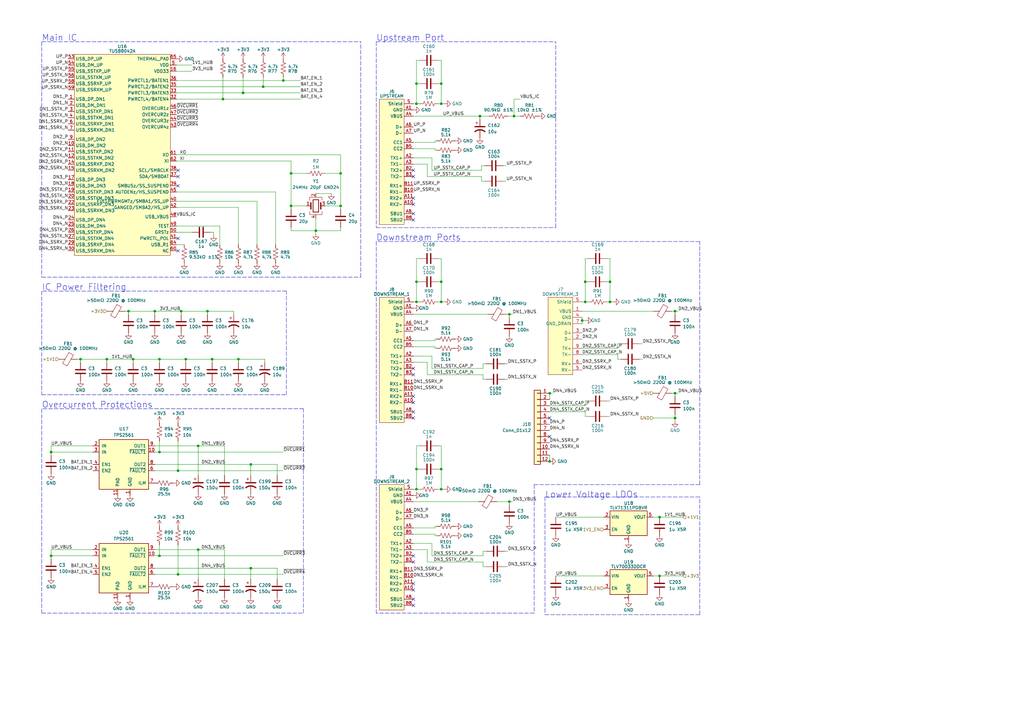
<source format=kicad_sch>
(kicad_sch (version 20230121) (generator eeschema)
  (paper "A3")
  (junction (at 250.19 123.825))
  (junction (at 54.61 147.32))
  (junction (at 119.38 84.455))
  (junction (at 73.025 193.04))
  (junction (at 139.7 71.12))
  (junction (at 170.815 42.545))
  (junction (at 99.695 38.1))
  (junction (at 180.975 42.545))
  (junction (at 119.38 71.12))
  (junction (at 139.7 84.455))
  (junction (at 170.815 34.29))
  (junction (at 240.03 123.825))
  (junction (at 180.975 34.29))
  (junction (at 20.955 227.965))
  (junction (at 81.28 182.88))
  (junction (at 276.86 171.45))
  (junction (at 210.82 47.625))
  (junction (at 85.09 127.635))
  (junction (at 116.205 33.02))
  (junction (at 76.2 147.32))
  (junction (at 81.28 225.425))
  (junction (at 97.79 147.32))
  (junction (at 107.95 35.56))
  (junction (at 73.025 235.585))
  (junction (at 180.975 192.405))
  (junction (at 102.87 190.5))
  (junction (at 250.19 115.57))
  (junction (at 65.405 185.42))
  (junction (at 52.705 127.635))
  (junction (at 270.51 236.22))
  (junction (at 91.44 40.64))
  (junction (at 65.405 147.32))
  (junction (at 86.995 147.32))
  (junction (at 33.02 147.32))
  (junction (at 20.955 185.42))
  (junction (at 276.86 127.635))
  (junction (at 63.5 127.635))
  (junction (at 180.975 200.66))
  (junction (at 225.425 189.23))
  (junction (at 170.815 115.57))
  (junction (at 74.295 127.635))
  (junction (at 180.975 115.57))
  (junction (at 180.975 123.825))
  (junction (at 270.51 212.09))
  (junction (at 240.03 115.57))
  (junction (at 170.815 123.825))
  (junction (at 196.85 47.625))
  (junction (at 238.76 131.445))
  (junction (at 170.815 200.66))
  (junction (at 208.915 128.905))
  (junction (at 225.425 161.29))
  (junction (at 208.915 205.74))
  (junction (at 102.87 233.045))
  (junction (at 170.815 192.405))
  (junction (at 129.54 94.615))
  (junction (at 65.405 227.965))
  (junction (at 43.815 147.32))
  (junction (at 276.86 161.29))
  (no_connect (at 169.545 69.85))
  (no_connect (at 169.545 90.17))
  (no_connect (at 169.545 151.13))
  (no_connect (at 169.545 239.395))
  (no_connect (at 169.545 227.965))
  (no_connect (at 169.545 153.67))
  (no_connect (at 225.425 179.07))
  (no_connect (at 169.545 171.45))
  (no_connect (at 73.025 97.79))
  (no_connect (at 225.425 171.45))
  (no_connect (at 169.545 168.91))
  (no_connect (at 169.545 245.745))
  (no_connect (at 73.025 69.85))
  (no_connect (at 169.545 87.63))
  (no_connect (at 73.025 72.39))
  (no_connect (at 73.025 76.2))
  (no_connect (at 169.545 241.935))
  (no_connect (at 169.545 83.82))
  (no_connect (at 169.545 162.56))
  (no_connect (at 169.545 230.505))
  (no_connect (at 73.025 102.87))
  (no_connect (at 169.545 72.39))
  (no_connect (at 169.545 165.1))
  (no_connect (at 169.545 248.285))
  (no_connect (at 169.545 81.28))
  (wire (pts (xy 170.815 192.405) (xy 172.085 192.405)))
  (wire (pts (xy 175.26 148.59) (xy 175.26 153.67)))
  (wire (pts (xy 208.915 130.175) (xy 208.915 128.905)))
  (wire (pts (xy 65.405 223.52) (xy 65.405 227.965)))
  (wire (pts (xy 65.405 180.975) (xy 65.405 185.42)))
  (wire (pts (xy 72.39 29.21) (xy 78.74 29.21)))
  (wire (pts (xy 97.79 100.33) (xy 97.79 85.09)))
  (polyline (pts (xy 124.46 251.46) (xy 124.46 167.64)) (stroke (width 0) (type dash)))
  (wire (pts (xy 208.28 47.625) (xy 210.82 47.625)))
  (wire (pts (xy 180.975 182.88) (xy 180.975 192.405)))
  (wire (pts (xy 95.885 128.905) (xy 95.885 127.635)))
  (wire (pts (xy 169.545 146.05) (xy 177.165 146.05)))
  (wire (pts (xy 99.695 38.1) (xy 123.19 38.1)))
  (wire (pts (xy 65.405 148.59) (xy 65.405 147.32)))
  (wire (pts (xy 276.86 162.56) (xy 276.86 161.29)))
  (wire (pts (xy 81.28 225.425) (xy 63.5 225.425)))
  (wire (pts (xy 87.63 95.25) (xy 87.63 96.52)))
  (wire (pts (xy 240.03 115.57) (xy 240.03 123.825)))
  (wire (pts (xy 170.815 106.045) (xy 172.085 106.045)))
  (wire (pts (xy 227.965 236.22) (xy 247.65 236.22)))
  (polyline (pts (xy 223.52 203.835) (xy 287.02 203.835)) (stroke (width 0) (type dash)))
  (wire (pts (xy 90.17 100.33) (xy 90.17 92.71)))
  (wire (pts (xy 180.975 106.045) (xy 179.705 106.045)))
  (wire (pts (xy 197.485 69.85) (xy 197.485 67.945)))
  (wire (pts (xy 65.405 227.965) (xy 63.5 227.965)))
  (polyline (pts (xy 154.305 93.345) (xy 227.965 93.345)) (stroke (width 0) (type dash)))
  (wire (pts (xy 180.975 192.405) (xy 180.975 200.66)))
  (wire (pts (xy 207.01 149.225) (xy 208.28 149.225)))
  (wire (pts (xy 270.51 212.09) (xy 280.035 212.09)))
  (polyline (pts (xy 223.52 252.095) (xy 287.02 252.095)) (stroke (width 0) (type dash)))
  (wire (pts (xy 276.86 171.45) (xy 276.86 172.72)))
  (wire (pts (xy 65.405 147.32) (xy 76.2 147.32)))
  (wire (pts (xy 102.87 233.045) (xy 102.87 237.49)))
  (wire (pts (xy 180.975 106.045) (xy 180.975 115.57)))
  (polyline (pts (xy 219.075 251.46) (xy 154.305 251.46)) (stroke (width 0) (type dash)))
  (wire (pts (xy 240.03 115.57) (xy 241.3 115.57)))
  (wire (pts (xy 139.7 94.615) (xy 139.7 93.345)))
  (wire (pts (xy 210.82 47.625) (xy 213.36 47.625)))
  (wire (pts (xy 208.915 205.74) (xy 203.835 205.74)))
  (wire (pts (xy 169.545 216.535) (xy 178.435 216.535)))
  (wire (pts (xy 20.955 182.88) (xy 38.1 182.88)))
  (polyline (pts (xy 17.145 17.145) (xy 147.955 17.145)) (stroke (width 0) (type dash)))
  (wire (pts (xy 238.76 131.445) (xy 238.76 132.715)))
  (wire (pts (xy 267.97 212.09) (xy 270.51 212.09)))
  (wire (pts (xy 139.7 84.455) (xy 139.7 85.725)))
  (wire (pts (xy 169.545 42.545) (xy 170.815 42.545)))
  (wire (pts (xy 179.705 115.57) (xy 180.975 115.57)))
  (wire (pts (xy 170.815 42.545) (xy 172.085 42.545)))
  (wire (pts (xy 169.545 128.905) (xy 200.025 128.905)))
  (wire (pts (xy 178.435 215.9) (xy 178.435 216.535)))
  (wire (pts (xy 20.955 185.42) (xy 38.1 185.42)))
  (wire (pts (xy 107.95 35.56) (xy 123.19 35.56)))
  (wire (pts (xy 20.955 185.42) (xy 20.955 186.69)))
  (wire (pts (xy 178.435 58.42) (xy 169.545 58.42)))
  (wire (pts (xy 180.975 42.545) (xy 182.245 42.545)))
  (wire (pts (xy 210.82 40.64) (xy 213.36 40.64)))
  (wire (pts (xy 169.545 123.825) (xy 170.815 123.825)))
  (wire (pts (xy 177.165 151.13) (xy 198.12 151.13)))
  (wire (pts (xy 73.025 235.585) (xy 116.205 235.585)))
  (wire (pts (xy 175.26 72.39) (xy 197.485 72.39)))
  (wire (pts (xy 179.705 200.66) (xy 180.975 200.66)))
  (wire (pts (xy 169.545 205.74) (xy 196.215 205.74)))
  (wire (pts (xy 170.815 24.765) (xy 170.815 34.29)))
  (wire (pts (xy 20.955 227.965) (xy 20.955 229.235)))
  (wire (pts (xy 270.51 236.22) (xy 280.035 236.22)))
  (wire (pts (xy 72.39 35.56) (xy 107.95 35.56)))
  (wire (pts (xy 73.025 72.39) (xy 72.39 72.39)))
  (wire (pts (xy 170.815 182.88) (xy 170.815 192.405)))
  (wire (pts (xy 63.5 127.635) (xy 74.295 127.635)))
  (wire (pts (xy 178.435 219.71) (xy 178.435 219.075)))
  (wire (pts (xy 170.815 106.045) (xy 170.815 115.57)))
  (wire (pts (xy 276.86 161.29) (xy 278.13 161.29)))
  (wire (pts (xy 169.545 47.625) (xy 196.85 47.625)))
  (wire (pts (xy 177.165 64.77) (xy 177.165 69.85)))
  (polyline (pts (xy 17.145 119.38) (xy 17.145 161.925)) (stroke (width 0) (type dash)))
  (wire (pts (xy 73.025 69.85) (xy 72.39 69.85)))
  (wire (pts (xy 116.205 31.75) (xy 116.205 33.02)))
  (polyline (pts (xy 227.965 93.345) (xy 227.965 17.145)) (stroke (width 0) (type dash)))
  (wire (pts (xy 119.38 94.615) (xy 119.38 93.345)))
  (wire (pts (xy 177.165 69.85) (xy 197.485 69.85)))
  (wire (pts (xy 81.28 182.88) (xy 81.28 194.945)))
  (polyline (pts (xy 17.145 161.925) (xy 117.475 161.925)) (stroke (width 0) (type dash)))
  (wire (pts (xy 86.995 148.59) (xy 86.995 147.32)))
  (wire (pts (xy 129.54 94.615) (xy 129.54 95.885)))
  (wire (pts (xy 97.79 85.09) (xy 72.39 85.09)))
  (wire (pts (xy 105.41 100.33) (xy 105.41 82.55)))
  (wire (pts (xy 276.86 170.18) (xy 276.86 171.45)))
  (wire (pts (xy 81.28 182.88) (xy 63.5 182.88)))
  (wire (pts (xy 178.435 57.785) (xy 179.07 57.785)))
  (wire (pts (xy 253.365 145.415) (xy 253.365 147.32)))
  (wire (pts (xy 175.26 153.67) (xy 198.12 153.67)))
  (wire (pts (xy 179.705 42.545) (xy 180.975 42.545)))
  (polyline (pts (xy 154.305 17.145) (xy 154.305 93.345)) (stroke (width 0) (type dash)))
  (wire (pts (xy 133.35 71.12) (xy 139.7 71.12)))
  (wire (pts (xy 133.35 84.455) (xy 139.7 84.455)))
  (wire (pts (xy 177.165 222.885) (xy 177.165 227.965)))
  (wire (pts (xy 207.01 155.575) (xy 208.28 155.575)))
  (wire (pts (xy 33.02 148.59) (xy 33.02 147.32)))
  (wire (pts (xy 119.38 94.615) (xy 129.54 94.615)))
  (wire (pts (xy 169.545 139.7) (xy 178.435 139.7)))
  (wire (pts (xy 74.295 127.635) (xy 85.09 127.635)))
  (wire (pts (xy 207.01 232.41) (xy 208.28 232.41)))
  (wire (pts (xy 267.97 171.45) (xy 276.86 171.45)))
  (wire (pts (xy 225.425 168.91) (xy 240.03 168.91)))
  (wire (pts (xy 97.79 148.59) (xy 97.79 147.32)))
  (polyline (pts (xy 154.305 99.06) (xy 154.305 251.46)) (stroke (width 0) (type dash)))
  (polyline (pts (xy 17.145 251.46) (xy 124.46 251.46)) (stroke (width 0) (type dash)))
  (wire (pts (xy 208.915 128.905) (xy 207.645 128.905)))
  (wire (pts (xy 54.61 147.32) (xy 65.405 147.32)))
  (wire (pts (xy 180.975 115.57) (xy 180.975 123.825)))
  (wire (pts (xy 125.73 71.12) (xy 119.38 71.12)))
  (wire (pts (xy 91.44 31.75) (xy 91.44 40.64)))
  (wire (pts (xy 276.86 128.905) (xy 276.86 127.635)))
  (wire (pts (xy 169.545 148.59) (xy 175.26 148.59)))
  (polyline (pts (xy 223.52 203.835) (xy 223.52 252.095)) (stroke (width 0) (type dash)))
  (wire (pts (xy 178.435 215.9) (xy 179.07 215.9)))
  (wire (pts (xy 248.92 164.465) (xy 250.19 164.465)))
  (wire (pts (xy 179.705 34.29) (xy 180.975 34.29)))
  (wire (pts (xy 198.12 230.505) (xy 198.12 232.41)))
  (wire (pts (xy 116.205 33.02) (xy 123.19 33.02)))
  (wire (pts (xy 178.435 142.875) (xy 179.07 142.875)))
  (wire (pts (xy 250.19 115.57) (xy 250.19 123.825)))
  (wire (pts (xy 170.815 115.57) (xy 170.815 123.825)))
  (wire (pts (xy 113.665 190.5) (xy 113.665 194.945)))
  (wire (pts (xy 270.51 236.22) (xy 267.97 236.22)))
  (wire (pts (xy 180.975 123.825) (xy 182.245 123.825)))
  (wire (pts (xy 178.435 219.71) (xy 179.07 219.71)))
  (wire (pts (xy 107.95 31.75) (xy 107.95 35.56)))
  (wire (pts (xy 210.82 40.64) (xy 210.82 47.625)))
  (wire (pts (xy 20.955 185.42) (xy 20.955 182.88)))
  (wire (pts (xy 178.435 139.065) (xy 178.435 139.7)))
  (wire (pts (xy 225.425 186.69) (xy 225.425 189.23)))
  (wire (pts (xy 227.965 212.09) (xy 247.65 212.09)))
  (wire (pts (xy 72.39 33.02) (xy 116.205 33.02)))
  (wire (pts (xy 113.665 233.045) (xy 113.665 237.49)))
  (polyline (pts (xy 147.955 113.665) (xy 147.955 17.145)) (stroke (width 0) (type dash)))
  (wire (pts (xy 74.295 128.905) (xy 74.295 127.635)))
  (wire (pts (xy 169.545 200.66) (xy 170.815 200.66)))
  (wire (pts (xy 139.7 63.5) (xy 139.7 71.12)))
  (wire (pts (xy 240.03 170.815) (xy 241.3 170.815)))
  (wire (pts (xy 262.255 147.32) (xy 263.525 147.32)))
  (wire (pts (xy 170.815 182.88) (xy 172.085 182.88)))
  (wire (pts (xy 248.92 170.815) (xy 250.19 170.815)))
  (wire (pts (xy 129.54 89.535) (xy 129.54 94.615)))
  (wire (pts (xy 86.995 147.32) (xy 97.79 147.32)))
  (wire (pts (xy 119.38 71.12) (xy 119.38 84.455)))
  (polyline (pts (xy 287.02 198.755) (xy 287.02 99.06)) (stroke (width 0) (type dash)))
  (wire (pts (xy 179.705 123.825) (xy 180.975 123.825)))
  (wire (pts (xy 129.54 94.615) (xy 139.7 94.615)))
  (wire (pts (xy 240.03 106.045) (xy 241.3 106.045)))
  (wire (pts (xy 81.28 225.425) (xy 81.28 237.49)))
  (wire (pts (xy 170.815 115.57) (xy 172.085 115.57)))
  (wire (pts (xy 65.405 185.42) (xy 116.205 185.42)))
  (wire (pts (xy 72.39 78.74) (xy 113.03 78.74)))
  (wire (pts (xy 169.545 142.24) (xy 178.435 142.24)))
  (wire (pts (xy 240.03 106.045) (xy 240.03 115.57)))
  (wire (pts (xy 250.19 106.045) (xy 248.92 106.045)))
  (wire (pts (xy 240.03 164.465) (xy 240.03 166.37)))
  (polyline (pts (xy 154.305 17.145) (xy 227.965 17.145)) (stroke (width 0) (type dash)))
  (wire (pts (xy 238.76 123.825) (xy 240.03 123.825)))
  (wire (pts (xy 198.12 151.13) (xy 198.12 149.225)))
  (wire (pts (xy 198.12 155.575) (xy 199.39 155.575)))
  (wire (pts (xy 99.695 31.75) (xy 99.695 38.1)))
  (wire (pts (xy 248.92 115.57) (xy 250.19 115.57)))
  (wire (pts (xy 91.44 40.64) (xy 123.19 40.64)))
  (wire (pts (xy 198.12 153.67) (xy 198.12 155.575)))
  (wire (pts (xy 31.75 147.32) (xy 33.02 147.32)))
  (wire (pts (xy 81.28 225.425) (xy 92.075 225.425)))
  (wire (pts (xy 97.79 147.32) (xy 108.585 147.32)))
  (wire (pts (xy 65.405 185.42) (xy 63.5 185.42)))
  (wire (pts (xy 177.165 227.965) (xy 198.12 227.965)))
  (wire (pts (xy 180.975 24.765) (xy 179.705 24.765)))
  (wire (pts (xy 63.5 128.905) (xy 63.5 127.635)))
  (wire (pts (xy 253.365 140.97) (xy 254.635 140.97)))
  (wire (pts (xy 262.255 140.97) (xy 263.525 140.97)))
  (wire (pts (xy 178.435 61.595) (xy 178.435 60.96)))
  (wire (pts (xy 81.28 182.88) (xy 92.075 182.88)))
  (wire (pts (xy 75.565 100.33) (xy 72.39 100.33)))
  (wire (pts (xy 276.86 127.635) (xy 278.13 127.635)))
  (wire (pts (xy 169.545 64.77) (xy 177.165 64.77)))
  (wire (pts (xy 73.025 180.975) (xy 73.025 193.04)))
  (wire (pts (xy 206.375 67.945) (xy 207.645 67.945)))
  (wire (pts (xy 198.12 226.06) (xy 199.39 226.06)))
  (wire (pts (xy 86.36 95.25) (xy 87.63 95.25)))
  (wire (pts (xy 250.19 123.825) (xy 251.46 123.825)))
  (polyline (pts (xy 124.46 167.64) (xy 17.145 167.64)) (stroke (width 0) (type dash)))
  (wire (pts (xy 169.545 225.425) (xy 175.26 225.425)))
  (wire (pts (xy 85.09 128.905) (xy 85.09 127.635)))
  (wire (pts (xy 73.025 193.04) (xy 63.5 193.04)))
  (wire (pts (xy 179.705 192.405) (xy 180.975 192.405)))
  (wire (pts (xy 73.025 235.585) (xy 63.5 235.585)))
  (wire (pts (xy 175.26 67.31) (xy 175.26 72.39)))
  (wire (pts (xy 125.73 84.455) (xy 119.38 84.455)))
  (wire (pts (xy 206.375 74.295) (xy 207.645 74.295)))
  (wire (pts (xy 85.09 127.635) (xy 95.885 127.635)))
  (wire (pts (xy 240.03 131.445) (xy 238.76 131.445)))
  (polyline (pts (xy 287.02 198.755) (xy 219.075 198.755)) (stroke (width 0) (type dash)))
  (wire (pts (xy 180.975 200.66) (xy 182.245 200.66)))
  (wire (pts (xy 177.165 146.05) (xy 177.165 151.13)))
  (wire (pts (xy 180.975 24.765) (xy 180.975 34.29)))
  (wire (pts (xy 180.975 34.29) (xy 180.975 42.545)))
  (wire (pts (xy 76.2 147.32) (xy 86.995 147.32)))
  (wire (pts (xy 253.365 147.32) (xy 254.635 147.32)))
  (wire (pts (xy 250.19 106.045) (xy 250.19 115.57)))
  (wire (pts (xy 135.89 79.375) (xy 129.54 79.375)))
  (polyline (pts (xy 117.475 119.38) (xy 17.145 119.38)) (stroke (width 0) (type dash)))
  (wire (pts (xy 175.26 230.505) (xy 198.12 230.505)))
  (wire (pts (xy 169.545 219.075) (xy 178.435 219.075)))
  (wire (pts (xy 207.01 226.06) (xy 208.28 226.06)))
  (wire (pts (xy 198.12 149.225) (xy 199.39 149.225)))
  (wire (pts (xy 119.38 66.04) (xy 119.38 71.12)))
  (wire (pts (xy 73.025 193.04) (xy 116.205 193.04)))
  (wire (pts (xy 73.025 102.87) (xy 72.39 102.87)))
  (wire (pts (xy 72.39 38.1) (xy 99.695 38.1)))
  (wire (pts (xy 72.39 63.5) (xy 139.7 63.5)))
  (wire (pts (xy 113.665 233.045) (xy 102.87 233.045)))
  (wire (pts (xy 139.7 71.12) (xy 139.7 84.455)))
  (wire (pts (xy 54.61 148.59) (xy 54.61 147.32)))
  (wire (pts (xy 105.41 82.55) (xy 72.39 82.55)))
  (wire (pts (xy 276.86 127.635) (xy 275.59 127.635)))
  (wire (pts (xy 226.695 161.29) (xy 225.425 161.29)))
  (wire (pts (xy 92.075 225.425) (xy 92.075 237.49)))
  (wire (pts (xy 65.405 227.965) (xy 116.205 227.965)))
  (wire (pts (xy 113.03 100.33) (xy 113.03 78.74)))
  (wire (pts (xy 170.815 34.29) (xy 172.085 34.29)))
  (wire (pts (xy 72.39 95.25) (xy 78.74 95.25)))
  (wire (pts (xy 170.815 192.405) (xy 170.815 200.66)))
  (wire (pts (xy 63.5 190.5) (xy 102.87 190.5)))
  (wire (pts (xy 102.87 190.5) (xy 102.87 194.945)))
  (wire (pts (xy 73.025 223.52) (xy 73.025 235.585)))
  (wire (pts (xy 90.17 92.71) (xy 72.39 92.71)))
  (polyline (pts (xy 219.075 198.755) (xy 219.075 251.46)) (stroke (width 0) (type dash)))
  (polyline (pts (xy 17.145 17.145) (xy 17.145 113.665)) (stroke (width 0) (type dash)))
  (wire (pts (xy 170.815 123.825) (xy 172.085 123.825)))
  (wire (pts (xy 208.915 205.74) (xy 210.185 205.74)))
  (wire (pts (xy 170.815 34.29) (xy 170.815 42.545)))
  (wire (pts (xy 198.12 232.41) (xy 199.39 232.41)))
  (wire (pts (xy 63.5 233.045) (xy 102.87 233.045)))
  (polyline (pts (xy 17.145 167.64) (xy 17.145 251.46)) (stroke (width 0) (type dash)))
  (wire (pts (xy 238.76 131.445) (xy 238.76 130.175)))
  (wire (pts (xy 169.545 67.31) (xy 175.26 67.31)))
  (wire (pts (xy 72.39 40.64) (xy 91.44 40.64)))
  (wire (pts (xy 113.665 190.5) (xy 102.87 190.5)))
  (wire (pts (xy 43.815 147.32) (xy 54.61 147.32)))
  (wire (pts (xy 72.39 66.04) (xy 119.38 66.04)))
  (wire (pts (xy 225.425 166.37) (xy 240.03 166.37)))
  (wire (pts (xy 108.585 147.32) (xy 108.585 148.59)))
  (polyline (pts (xy 17.145 113.665) (xy 147.955 113.665)) (stroke (width 0) (type dash)))
  (wire (pts (xy 20.955 227.965) (xy 20.955 225.425)))
  (wire (pts (xy 73.025 76.2) (xy 72.39 76.2)))
  (wire (pts (xy 170.815 200.66) (xy 172.085 200.66)))
  (wire (pts (xy 92.075 182.88) (xy 92.075 194.945)))
  (wire (pts (xy 225.425 161.29) (xy 225.425 163.83)))
  (wire (pts (xy 238.76 145.415) (xy 253.365 145.415)))
  (wire (pts (xy 238.76 142.875) (xy 253.365 142.875)))
  (wire (pts (xy 52.705 127.635) (xy 63.5 127.635)))
  (wire (pts (xy 196.85 47.625) (xy 200.66 47.625)))
  (wire (pts (xy 197.485 67.945) (xy 198.755 67.945)))
  (wire (pts (xy 178.435 142.875) (xy 178.435 142.24)))
  (wire (pts (xy 72.39 97.79) (xy 73.025 97.79)))
  (wire (pts (xy 43.815 148.59) (xy 43.815 147.32)))
  (wire (pts (xy 169.545 222.885) (xy 177.165 222.885)))
  (wire (pts (xy 197.485 74.295) (xy 198.755 74.295)))
  (wire (pts (xy 248.92 123.825) (xy 250.19 123.825)))
  (wire (pts (xy 208.915 207.01) (xy 208.915 205.74)))
  (wire (pts (xy 240.03 123.825) (xy 241.3 123.825)))
  (wire (pts (xy 196.85 48.895) (xy 196.85 47.625)))
  (wire (pts (xy 253.365 140.97) (xy 253.365 142.875)))
  (wire (pts (xy 240.03 168.91) (xy 240.03 170.815)))
  (wire (pts (xy 33.02 147.32) (xy 43.815 147.32)))
  (wire (pts (xy 178.435 60.96) (xy 169.545 60.96)))
  (wire (pts (xy 20.955 227.965) (xy 38.1 227.965)))
  (wire (pts (xy 180.975 182.88) (xy 179.705 182.88)))
  (wire (pts (xy 178.435 61.595) (xy 179.07 61.595)))
  (wire (pts (xy 197.485 72.39) (xy 197.485 74.295)))
  (wire (pts (xy 198.12 227.965) (xy 198.12 226.06)))
  (wire (pts (xy 52.705 128.905) (xy 52.705 127.635)))
  (wire (pts (xy 178.435 57.785) (xy 178.435 58.42)))
  (wire (pts (xy 240.03 164.465) (xy 241.3 164.465)))
  (polyline (pts (xy 117.475 161.925) (xy 117.475 119.38)) (stroke (width 0) (type dash)))
  (wire (pts (xy 72.39 26.67) (xy 78.74 26.67)))
  (wire (pts (xy 178.435 139.065) (xy 179.07 139.065)))
  (wire (pts (xy 208.915 128.905) (xy 210.185 128.905)))
  (wire (pts (xy 170.815 24.765) (xy 172.085 24.765)))
  (wire (pts (xy 276.86 161.29) (xy 275.59 161.29)))
  (polyline (pts (xy 287.02 252.095) (xy 287.02 203.835)) (stroke (width 0) (type dash)))
  (polyline (pts (xy 287.02 99.06) (xy 154.305 99.06)) (stroke (width 0) (type dash)))
  (wire (pts (xy 76.2 148.59) (xy 76.2 147.32)))
  (wire (pts (xy 20.955 225.425) (xy 38.1 225.425)))
  (wire (pts (xy 175.26 225.425) (xy 175.26 230.505)))
  (wire (pts (xy 51.435 127.635) (xy 52.705 127.635)))
  (wire (pts (xy 238.76 127.635) (xy 267.97 127.635)))
  (wire (pts (xy 119.38 84.455) (xy 119.38 85.725)))
  (text "Lower Voltage LDOs" (at 223.52 204.47 0) (effects (font (size 2.54 2.54)) (justify left bottom)))
  (text "IC Power Filtering" (at 17.145 119.38 0) (effects (font (size 2.54 2.54)) (justify left bottom)))
  (text "Upstream Port" (at 154.305 17.145 0) (effects (font (size 2.54 2.54)) (justify left bottom)))
  (text "Overcurrent Protections" (at 17.145 167.64 0) (effects (font (size 2.54 2.54)) (justify left bottom)))
  (text "Main IC" (at 17.145 17.145 0) (effects (font (size 2.54 2.54)) (justify left bottom)))
  (text "Downstream Ports" (at 154.305 99.06 0) (effects (font (size 2.54 2.54)) (justify left bottom)))
  (label "DN1_SSRX_P" (at 27.94 50.8 180))
  (label "DN4_SSRX_N" (at 27.94 102.87 180))
  (label "DN1_SSTX_N" (at 27.94 48.26 180))
  (label "DN2_SSTX_CAP_N" (at 238.76 145.415 0))
  (label "DN4_VBUS" (at 226.695 161.29 0))
  (label "UP_N" (at 169.545 54.61 0))
  (label "DN1_P" (at 169.545 133.35 0))
  (label "DN1_P" (at 27.94 40.64 180))
  (label "UP_SSTX_CAP_N" (at 177.8 72.39 0))
  (label "DN1_SSRX_N" (at 27.94 53.34 180))
  (label "DN2_SSTX_N" (at 263.525 147.32 0))
  (label "DN3_N" (at 27.94 76.2 180))
  (label "UP_SSTX_CAP_P" (at 177.8 69.85 0))
  (label "DN1_N" (at 27.94 43.18 180))
  (label "DN3_P" (at 169.545 210.185 0))
  (label "DN4_P" (at 27.94 90.17 180))
  (label "DN2_SSTX_N" (at 27.94 64.77 180))
  (label "DN4_SSTX_N" (at 250.19 170.815 0))
  (label "UP_P" (at 169.545 52.07 0))
  (label "DN4_VBUS" (at 82.55 233.045 0))
  (label "DN1_VBUS" (at 210.185 128.905 0))
  (label "DN4_N" (at 27.94 92.71 180))
  (label "DN4_SSRX_N" (at 225.425 184.15 0))
  (label "DN2_SSTX_P" (at 263.525 140.97 0))
  (label "UP_VBUS" (at 227.965 236.22 0))
  (label "DN2_N" (at 27.94 59.69 180))
  (label "DN3_SSRX_P" (at 27.94 83.82 180))
  (label "UP_SSRX_P" (at 169.545 76.2 0))
  (label "UP_SSTX_P" (at 207.645 67.945 0))
  (label "DN1_SSTX_CAP_P" (at 177.8 151.13 0))
  (label "VBUS_IC" (at 72.39 88.9 0))
  (label "DN2_SSRX_N" (at 238.76 151.765 0))
  (label "DN1_SSRX_N" (at 169.545 160.02 0))
  (label "UP_SSTX_N" (at 27.94 31.75 180))
  (label "UP_VBUS" (at 20.955 225.425 0))
  (label "DN2_VBUS" (at 278.13 127.635 0))
  (label "BAT_EN_4" (at 38.1 235.585 180))
  (label "UP_P" (at 27.94 24.13 180))
  (label "DN2_SSTX_P" (at 27.94 62.23 180))
  (label "DN1_N" (at 169.545 135.89 0))
  (label "DN4_SSTX_N" (at 27.94 97.79 180))
  (label "DN2_VBUS" (at 82.55 190.5 0))
  (label "BAT_EN_2" (at 38.1 193.04 180))
  (label "~{OVCURR3}" (at 72.39 49.53 0))
  (label "UP_VBUS" (at 181.61 47.625 0))
  (label "BAT_EN_4" (at 123.19 40.64 0))
  (label "DN2_N" (at 238.76 139.065 0))
  (label "UP_SSRX_N" (at 169.545 78.74 0))
  (label "DN2_SSRX_N" (at 27.94 69.85 180))
  (label "DN3_SSRX_P" (at 169.545 234.315 0))
  (label "1V1_HUB" (at 272.415 212.09 0))
  (label "DN3_SSRX_N" (at 169.545 236.855 0))
  (label "UP_N" (at 27.94 26.67 180))
  (label "XO" (at 73.66 63.5 0))
  (label "DN1_SSTX_P" (at 27.94 45.72 180))
  (label "DN3_SSTX_CAP_N" (at 177.8 230.505 0))
  (label "DN3_SSRX_N" (at 27.94 86.36 180))
  (label "DN3_VBUS" (at 210.185 205.74 0))
  (label "DN4_N" (at 225.425 176.53 0))
  (label "UP_SSTX_P" (at 27.94 29.21 180))
  (label "3V3_HUB" (at 78.74 29.21 0))
  (label "DN3_N" (at 169.545 212.725 0))
  (label "BAT_EN_1" (at 123.19 33.02 0))
  (label "DN2_SSTX_CAP_P" (at 238.76 142.875 0))
  (label "DN4_SSRX_P" (at 225.425 181.61 0))
  (label "XI" (at 73.66 66.04 0))
  (label "~{OVCURR1}" (at 72.39 44.45 0))
  (label "DN4_SSTX_CAP_N" (at 225.425 168.91 0))
  (label "BAT_EN_2" (at 123.19 35.56 0))
  (label "DN2_P" (at 27.94 57.15 180))
  (label "DN1_SSTX_P" (at 208.28 149.225 0))
  (label "DN3_SSTX_P" (at 27.94 78.74 180))
  (label "DN3_VBUS" (at 82.55 225.425 0))
  (label "1V1_HUB" (at 45.72 147.32 0))
  (label "~{OVCURR2}" (at 116.205 193.04 0))
  (label "DN2_SSRX_P" (at 238.76 149.225 0))
  (label "~{OVCURR2}" (at 72.39 46.99 0))
  (label "UP_VBUS" (at 227.965 212.09 0))
  (label "DN1_SSTX_N" (at 208.28 155.575 0))
  (label "UP_SSTX_N" (at 207.645 74.295 0))
  (label "DN3_SSTX_P" (at 208.28 226.06 0))
  (label "DN1_SSRX_P" (at 169.545 157.48 0))
  (label "UP_SSRX_N" (at 27.94 36.83 180))
  (label "3V3_HUB" (at 65.405 127.635 0))
  (label "BAT_EN_1" (at 38.1 190.5 180))
  (label "DN4_P" (at 225.425 173.99 0))
  (label "BAT_EN_3" (at 123.19 38.1 0))
  (label "DN3_SSTX_CAP_P" (at 177.8 227.965 0))
  (label "~{OVCURR3}" (at 116.205 227.965 0))
  (label "3V3_HUB" (at 272.415 236.22 0))
  (label "DN4_SSTX_P" (at 250.19 164.465 0))
  (label "DN1_SSTX_CAP_N" (at 177.8 153.67 0))
  (label "DN2_SSRX_P" (at 27.94 67.31 180))
  (label "DN2_P" (at 238.76 136.525 0))
  (label "DN4_SSTX_P" (at 27.94 95.25 180))
  (label "DN4_VBUS" (at 278.13 161.29 0))
  (label "DN1_VBUS" (at 82.55 182.88 0))
  (label "DN4_SSTX_CAP_P" (at 225.425 166.37 0))
  (label "~{OVCURR4}" (at 72.39 52.07 0))
  (label "~{OVCURR1}" (at 116.205 185.42 0))
  (label "DN3_SSTX_N" (at 208.28 232.41 0))
  (label "BAT_EN_3" (at 38.1 233.045 180))
  (label "UP_VBUS" (at 20.955 182.88 0))
  (label "DN3_SSTX_N" (at 27.94 81.28 180))
  (label "VBUS_IC" (at 213.36 40.64 0))
  (label "1V1_HUB" (at 78.74 26.67 0))
  (label "~{OVCURR4}" (at 116.205 235.585 0))
  (label "UP_SSRX_P" (at 27.94 34.29 180))
  (label "DN3_P" (at 27.94 73.66 180))
  (label "DN4_SSRX_P" (at 27.94 100.33 180))
  (hierarchical_label "+1V1" (shape input) (at 280.035 212.09 0))
  (hierarchical_label "GND" (shape input) (at 267.97 171.45 180))
  (hierarchical_label "+3V3" (shape input) (at 43.815 127.635 180))
  (hierarchical_label "+3V3" (shape input) (at 280.035 236.22 0))
  (hierarchical_label "1V1_EN" (shape input) (at 247.65 217.17 180))
  (hierarchical_label "+1V1" (shape input) (at 24.13 147.32 180))
  (hierarchical_label "3V3_EN" (shape input) (at 247.65 241.3 180))
  (hierarchical_label "+5V" (shape input) (at 267.97 161.29 180))
  (symbol (lib_id "Device:R_US") (at 75.565 104.14 0) (unit 1)
    (property "Reference" "R85" (at 77.47 103.505 0) (effects (justify left)))
    (property "Value" "9.53kΩ ±1%" (at 77.47 105.41 0) (effects (justify left)))
    (property "Footprint" "Resistor_SMD:R_0603_1608Metric" (effects hide))
  )
  (symbol (lib_id "power:GND") (at 76.2 156.21 0) (unit 1)
    (property "Reference" "#PWR07" (effects hide))
    (property "Value" "GND" (at 76.2 160.02 0))
    (instances (project "Schematics and PCB" (path "" (reference "#PWR07") (unit 1)) (path "" (reference "#PWR07") (unit 1)) (path "" (reference "#PWR0281") (unit 1)) (path "" (reference "#PWR0316") (unit 1)) (path "" (reference "#PWR0503") (unit 1))))
  )
  (symbol (lib_id "power:GND") (at 182.245 42.545 90) (unit 1)
    (property "Reference" "#PWR0472" (effects hide))
    (property "Value" "GND" (at 185.42 42.545 90) (effects (justify right)))
  )
  (symbol (lib_id "power:GND") (at 63.5 136.525 0) (unit 1)
    (property "Reference" "#PWR07" (effects hide))
    (property "Value" "GND" (at 63.5 140.335 0))
    (instances (project "Schematics and PCB" (path "" (reference "#PWR07") (unit 1)) (path "" (reference "#PWR07") (unit 1)) (path "" (reference "#PWR0281") (unit 1)) (path "" (reference "#PWR0316") (unit 1)) (path "" (reference "#PWR0491") (unit 1))))
  )
  (symbol (lib_id "Device:R_US") (at 116.205 27.94 180) (unit 1)
    (property "Reference" "R78" (at 118.11 29.21 0) (effects (justify right)))
    (property "Value" "4.7k" (at 118.11 27.305 0) (effects (justify right)))
    (property "Footprint" "Resistor_SMD:R_0603_1608Metric" (effects hide))
  )
  (symbol (lib_id "Device:C") (at 276.86 166.37 0) (unit 1)
    (property "Reference" "C3" (at 280.035 165.1 0) (effects (justify left)))
    (property "Value" "100n" (at 280.035 167.64 0) (effects (justify left)))
    (property "Footprint" "Capacitor_SMD:C_0603_1608Metric" (effects hide))
    (instances (project "Schematics and PCB" (path "" (reference "C3") (unit 1)) (path "" (reference "C3") (unit 1)) (path "" (reference "C126") (unit 1)) (path "" (reference "C141") (unit 1)) (path "" (reference "C191") (unit 1))))
  )
  (symbol (lib_id "Device:C") (at 203.2 155.575 90) (mirror x) (unit 1)
    (property "Reference" "C190" (at 203.2 159.385 90))
    (property "Value" "100n" (at 203.2 161.29 90))
    (property "Footprint" "Capacitor_SMD:C_0603_1608Metric" (effects hide))
  )
  (symbol (lib_id "power:GND") (at 169.545 45.085 90) (unit 1)
    (property "Reference" "#PWR0473" (effects hide))
    (property "Value" "GND" (at 172.72 45.085 90) (effects (justify right)))
  )
  (symbol (lib_id "power:GND") (at 72.39 24.13 90) (unit 1)
    (property "Reference" "#PWR0467" (effects hide))
    (property "Value" "GND" (at 75.565 24.13 90) (effects (justify right)))
  )
  (symbol (lib_id "Regulator_Linear:ADP7182AUJZ-1.8") (at 257.81 238.76 0) (mirror x) (unit 1)
    (property "Reference" "U19" (at 257.81 230.505 0))
    (property "Value" "TLV70033DDCR" (at 257.81 232.41 0))
    (property "Footprint" "Package_TO_SOT_SMD:TSOT-23-5" (effects hide))
    (property "Datasheet" "https://www.analog.com/media/en/technical-documentation/data-sheets/ADP7182.pdf" (effects hide))
    (instances (project "Schematics and PCB" (path "" (reference "U19") (unit 1)) (path "" (reference "U23") (unit 1))))
  )
  (symbol (lib_id "Device:FerriteBead") (at 47.625 127.635 90) (unit 1)
    (property "Reference" "FB1" (at 47.625 121.285 90))
    (property "Value" ">50mΩ 220Ω @ 100MHz" (at 47.625 123.19 90))
    (property "Footprint" "Inductor_SMD:L_0805_2012Metric" (effects hide))
    (instances (project "Schematics and PCB" (path "" (reference "FB1") (unit 1)) (path "" (reference "FB2") (unit 1)) (path "" (reference "FB4") (unit 1)) (path "" (reference "FB6") (unit 1)) (path "" (reference "FB7") (unit 1))))
  )
  (symbol (lib_id "Device:R_US") (at 182.88 142.875 270) (unit 1)
    (property "Reference" "R93" (at 182.88 145.415 90))
    (property "Value" "5.1k" (at 182.88 147.32 90))
    (property "Footprint" "Resistor_SMD:R_0603_1608Metric" (effects hide))
  )
  (symbol (lib_id "power:GND") (at 105.41 107.95 0) (unit 1)
    (property "Reference" "#PWR0484" (effects hide))
    (property "Value" "GND" (at 105.41 111.76 0))
  )
  (symbol (lib_id "power:+3V3") (at 116.205 24.13 0) (mirror y) (unit 1)
    (property "Reference" "#PWR0471" (effects hide))
    (property "Value" "+3V3" (at 116.205 20.32 0))
  )
  (symbol (lib_id "Device:R_US") (at 105.41 104.14 0) (unit 1)
    (property "Reference" "R88" (at 107.315 103.505 0) (effects (justify left)))
    (property "Value" "4.7k" (at 107.315 105.41 0) (effects (justify left)))
    (property "Footprint" "Resistor_SMD:R_0603_1608Metric" (effects hide))
  )
  (symbol (lib_id "power:GND") (at 86.995 156.21 0) (unit 1)
    (property "Reference" "#PWR07" (effects hide))
    (property "Value" "GND" (at 86.995 160.02 0))
    (instances (project "Schematics and PCB" (path "" (reference "#PWR07") (unit 1)) (path "" (reference "#PWR07") (unit 1)) (path "" (reference "#PWR0281") (unit 1)) (path "" (reference "#PWR0316") (unit 1)) (path "" (reference "#PWR0504") (unit 1))))
  )
  (symbol (lib_id "power:GND") (at 186.69 139.065 90) (unit 1)
    (property "Reference" "#PWR0497" (effects hide))
    (property "Value" "GND" (at 189.865 139.065 90) (effects (justify right)))
  )
  (symbol (lib_id "Device:C") (at 20.955 233.045 0) (unit 1)
    (property "Reference" "C3" (at 24.13 231.775 0) (effects (justify left)))
    (property "Value" "100n" (at 24.13 234.315 0) (effects (justify left)))
    (property "Footprint" "Capacitor_SMD:C_0603_1608Metric" (effects hide))
    (instances (project "Schematics and PCB" (path "" (reference "C3") (unit 1)) (path "" (reference "C3") (unit 1)) (path "" (reference "C126") (unit 1)) (path "" (reference "C141") (unit 1)) (path "" (reference "C206") (unit 1))))
  )
  (symbol (lib_id "power:GND") (at 169.545 126.365 90) (unit 1)
    (property "Reference" "#PWR0488" (effects hide))
    (property "Value" "GND" (at 175.895 126.365 90) (effects (justify left)))
  )
  (symbol (lib_id "power:GND") (at 227.965 243.84 0) (unit 1)
    (property "Reference" "#PWR07" (effects hide))
    (property "Value" "GND" (at 227.965 247.65 0))
    (instances (project "Schematics and PCB" (path "" (reference "#PWR07") (unit 1)) (path "" (reference "#PWR07") (unit 1)) (path "" (reference "#PWR0281") (unit 1)) (path "" (reference "#PWR0316") (unit 1)) (path "" (reference "#PWR0528") (unit 1)) (path "" (reference "#PWR0442") (unit 1))))
  )
  (symbol (lib_id "Device:C") (at 33.02 152.4 0) (unit 1)
    (property "Reference" "C3" (at 36.195 151.13 0) (effects (justify left)))
    (property "Value" "100n" (at 36.195 153.67 0) (effects (justify left)))
    (property "Footprint" "Capacitor_SMD:C_0603_1608Metric" (effects hide))
    (instances (project "Schematics and PCB" (path "" (reference "C3") (unit 1)) (path "" (reference "C3") (unit 1)) (path "" (reference "C126") (unit 1)) (path "" (reference "C141") (unit 1)) (path "" (reference "C182") (unit 1))))
  )
  (symbol (lib_id "power:GND") (at 92.075 245.11 0) (unit 1)
    (property "Reference" "#PWR0534" (effects hide))
    (property "Value" "GND" (at 92.075 248.92 0))
  )
  (symbol (lib_id "Device:C_Polarized_US") (at 102.87 198.755 0) (unit 1)
    (property "Reference" "C199" (at 106.045 197.485 0) (effects (justify left)))
    (property "Value" "150u" (at 106.045 200.025 0) (effects (justify left)))
    (property "Footprint" "Capacitor_Tantalum_SMD:CP_EIA-3216-18_Kemet-A" (effects hide))
  )
  (symbol (lib_id "Device:R_US") (at 65.405 177.165 0) (unit 1)
    (property "Reference" "R94" (at 67.31 175.8949 0) (effects (justify left)))
    (property "Value" "10k" (at 67.31 178.4349 0) (effects (justify left)))
    (property "Footprint" "Resistor_SMD:R_0603_1608Metric" (effects hide))
  )
  (symbol (lib_id "power:+3V3") (at 107.95 24.13 0) (mirror y) (unit 1)
    (property "Reference" "#PWR0470" (effects hide))
    (property "Value" "+3V3" (at 107.95 20.32 0))
  )
  (symbol (lib_id "Device:R_US") (at 67.31 198.12 90) (unit 1)
    (property "Reference" "R96" (at 67.31 200.66 90))
    (property "Value" "25.5k" (at 67.31 202.565 90))
    (property "Footprint" "Resistor_SMD:R_0603_1608Metric" (effects hide))
  )
  (symbol (lib_id "Device:C") (at 203.2 226.06 90) (unit 1)
    (property "Reference" "C204" (at 203.2 220.345 90))
    (property "Value" "100n" (at 203.2 222.25 90))
    (property "Footprint" "Capacitor_SMD:C_0603_1608Metric" (effects hide))
  )
  (symbol (lib_id "power:GND") (at 129.54 95.885 0) (unit 1)
    (property "Reference" "#PWR07" (effects hide))
    (property "Value" "GND" (at 129.54 99.695 0))
    (instances (project "Schematics and PCB" (path "" (reference "#PWR07") (unit 1)) (path "" (reference "#PWR07") (unit 1)) (path "" (reference "#PWR0281") (unit 1)) (path "" (reference "#PWR0316") (unit 1)) (path "" (reference "#PWR0479") (unit 1))))
  )
  (symbol (lib_id "power:GND") (at 113.665 245.11 0) (unit 1)
    (property "Reference" "#PWR0536" (effects hide))
    (property "Value" "GND" (at 113.665 248.92 0))
  )
  (symbol (lib_id "Device:C") (at 76.2 152.4 0) (unit 1)
    (property "Reference" "C3" (at 79.375 151.13 0) (effects (justify left)))
    (property "Value" "100n" (at 79.375 153.67 0) (effects (justify left)))
    (property "Footprint" "Capacitor_SMD:C_0603_1608Metric" (effects hide))
    (instances (project "Schematics and PCB" (path "" (reference "C3") (unit 1)) (path "" (reference "C3") (unit 1)) (path "" (reference "C126") (unit 1)) (path "" (reference "C141") (unit 1)) (path "" (reference "C186") (unit 1))))
  )
  (symbol (lib_id "Device:C") (at 175.895 106.045 90) (unit 1)
    (property "Reference" "C168" (at 175.895 100.33 90))
    (property "Value" "1n" (at 175.895 102.235 90))
    (property "Footprint" "Capacitor_SMD:C_0603_1608Metric" (effects hide))
  )
  (symbol (lib_id "Device:C") (at 92.075 198.755 0) (unit 1)
    (property "Reference" "C3" (at 95.25 197.485 0) (effects (justify left)))
    (property "Value" "100n" (at 95.25 200.025 0) (effects (justify left)))
    (property "Footprint" "Capacitor_SMD:C_0603_1608Metric" (effects hide))
    (instances (project "Schematics and PCB" (path "" (reference "C3") (unit 1)) (path "" (reference "C3") (unit 1)) (path "" (reference "C126") (unit 1)) (path "" (reference "C141") (unit 1)) (path "" (reference "C198") (unit 1))))
  )
  (symbol (lib_id "Device:C") (at 208.915 210.82 0) (unit 1)
    (property "Reference" "C3" (at 212.09 209.55 0) (effects (justify left)))
    (property "Value" "100n" (at 212.09 212.09 0) (effects (justify left)))
    (property "Footprint" "Capacitor_SMD:C_0603_1608Metric" (effects hide))
    (instances (project "Schematics and PCB" (path "" (reference "C3") (unit 1)) (path "" (reference "C3") (unit 1)) (path "" (reference "C126") (unit 1)) (path "" (reference "C141") (unit 1)) (path "" (reference "C201") (unit 1))))
  )
  (symbol (lib_id "Device:C") (at 119.38 89.535 0) (unit 1)
    (property "Reference" "C3" (at 122.555 88.265 0) (effects (justify left)))
    (property "Value" "20p" (at 122.555 90.805 0) (effects (justify left)))
    (property "Footprint" "Capacitor_SMD:C_0603_1608Metric" (effects hide))
    (instances (project "Schematics and PCB" (path "" (reference "C3") (unit 1)) (path "" (reference "C3") (unit 1)) (path "" (reference "C126") (unit 1)) (path "" (reference "C141") (unit 1)) (path "" (reference "C165") (unit 1))))
  )
  (symbol (lib_id "Device:C_Polarized_US") (at 102.87 241.3 0) (unit 1)
    (property "Reference" "C209" (at 106.045 240.03 0) (effects (justify left)))
    (property "Value" "150u" (at 106.045 242.57 0) (effects (justify left)))
    (property "Footprint" "Capacitor_Tantalum_SMD:CP_EIA-3216-18_Kemet-A" (effects hide))
  )
  (symbol (lib_id "power:+3V3") (at 73.025 173.355 0) (unit 1)
    (property "Reference" "#PWR0509" (effects hide))
    (property "Value" "+3V3" (at 73.025 169.545 0))
  )
  (symbol (lib_id "power:GND") (at 97.79 156.21 0) (unit 1)
    (property "Reference" "#PWR07" (effects hide))
    (property "Value" "GND" (at 97.79 160.02 0))
    (instances (project "Schematics and PCB" (path "" (reference "#PWR07") (unit 1)) (path "" (reference "#PWR07") (unit 1)) (path "" (reference "#PWR0281") (unit 1)) (path "" (reference "#PWR0316") (unit 1)) (path "" (reference "#PWR0505") (unit 1))))
  )
  (symbol (lib_id "Device:R_US") (at 99.695 27.94 180) (unit 1)
    (property "Reference" "R76" (at 101.6 29.21 0) (effects (justify right)))
    (property "Value" "4.7k" (at 101.6 27.305 0) (effects (justify right)))
    (property "Footprint" "Resistor_SMD:R_0603_1608Metric" (effects hide))
  )
  (symbol (lib_id "power:GND") (at 225.425 189.23 90) (mirror x) (unit 1)
    (property "Reference" "#PWR0549" (effects hide))
    (property "Value" "GND" (at 228.6 189.23 90) (effects (justify right)))
  )
  (symbol (lib_id "Device:FerriteBead") (at 271.78 127.635 90) (unit 1)
    (property "Reference" "FB1" (at 271.78 121.285 90))
    (property "Value" ">50mΩ 220Ω @ 100MHz" (at 271.78 123.19 90))
    (property "Footprint" "Inductor_SMD:L_0805_2012Metric" (effects hide))
    (instances (project "Schematics and PCB" (path "" (reference "FB1") (unit 1)) (path "" (reference "FB2") (unit 1)) (path "" (reference "FB4") (unit 1)) (path "" (reference "FB6") (unit 1)) (path "" (reference "FB8") (unit 1))))
  )
  (symbol (lib_id "Device:C") (at 82.55 95.25 90) (unit 1)
    (property "Reference" "C167" (at 82.55 99.06 90))
    (property "Value" "1u" (at 82.55 100.965 90))
    (property "Footprint" "Capacitor_SMD:C_0603_1608Metric" (effects hide))
  )
  (symbol (lib_id "Device:FerriteBead") (at 27.94 147.32 90) (unit 1)
    (property "Reference" "FB1" (at 27.94 140.97 90))
    (property "Value" ">50mΩ 220Ω @ 100MHz" (at 27.94 142.875 90))
    (property "Footprint" "Inductor_SMD:L_0805_2012Metric" (effects hide))
    (instances (project "Schematics and PCB" (path "" (reference "FB1") (unit 1)) (path "" (reference "FB2") (unit 1)) (path "" (reference "FB4") (unit 1)) (path "" (reference "FB6") (unit 1)) (path "" (reference "FB10") (unit 1))))
  )
  (symbol (lib_id "power:GND") (at 102.87 245.11 0) (unit 1)
    (property "Reference" "#PWR0535" (effects hide))
    (property "Value" "GND" (at 102.87 248.92 0))
  )
  (symbol (lib_id "Device:C") (at 175.895 24.765 90) (unit 1)
    (property "Reference" "C160" (at 175.895 19.05 90))
    (property "Value" "1n" (at 175.895 20.955 90))
    (property "Footprint" "Capacitor_SMD:C_0603_1608Metric" (effects hide))
  )
  (symbol (lib_name "USB_C_Receptacle_1") (lib_id "mechpadLibrary:USB_C_Receptacle") (at 160.655 42.545 0) (unit 1)
    (property "Reference" "J6" (at 160.655 37.465 0))
    (property "Value" "UPSTREAM" (at 160.655 39.37 0))
    (property "Footprint" "Connector_USB:USB_C_Receptacle_Amphenol_12401610E4-2A" (effects hide))
  )
  (symbol (lib_id "Device:C") (at 52.705 132.715 0) (unit 1)
    (property "Reference" "C3" (at 55.88 131.445 0) (effects (justify left)))
    (property "Value" "100n" (at 55.88 133.985 0) (effects (justify left)))
    (property "Footprint" "Capacitor_SMD:C_0603_1608Metric" (effects hide))
    (instances (project "Schematics and PCB" (path "" (reference "C3") (unit 1)) (path "" (reference "C3") (unit 1)) (path "" (reference "C126") (unit 1)) (path "" (reference "C141") (unit 1)) (path "" (reference "C172") (unit 1))))
  )
  (symbol (lib_id "Device:C") (at 63.5 132.715 0) (unit 1)
    (property "Reference" "C3" (at 66.675 131.445 0) (effects (justify left)))
    (property "Value" "100n" (at 66.675 133.985 0) (effects (justify left)))
    (property "Footprint" "Capacitor_SMD:C_0603_1608Metric" (effects hide))
    (instances (project "Schematics and PCB" (path "" (reference "C3") (unit 1)) (path "" (reference "C3") (unit 1)) (path "" (reference "C126") (unit 1)) (path "" (reference "C141") (unit 1)) (path "" (reference "C173") (unit 1))))
  )
  (symbol (lib_id "Device:R_US") (at 113.03 104.14 0) (unit 1)
    (property "Reference" "R89" (at 114.935 103.505 0) (effects (justify left)))
    (property "Value" "4.7k" (at 114.935 105.41 0) (effects (justify left)))
    (property "Footprint" "Resistor_SMD:R_0603_1608Metric" (effects hide))
  )
  (symbol (lib_id "Device:R_US") (at 65.405 219.71 0) (unit 1)
    (property "Reference" "R99" (at 67.31 218.4399 0) (effects (justify left)))
    (property "Value" "10k" (at 67.31 220.9799 0) (effects (justify left)))
    (property "Footprint" "Resistor_SMD:R_0603_1608Metric" (effects hide))
  )
  (symbol (lib_id "power:GND") (at 95.885 136.525 0) (unit 1)
    (property "Reference" "#PWR07" (effects hide))
    (property "Value" "GND" (at 95.885 140.335 0))
    (instances (project "Schematics and PCB" (path "" (reference "#PWR07") (unit 1)) (path "" (reference "#PWR07") (unit 1)) (path "" (reference "#PWR0281") (unit 1)) (path "" (reference "#PWR0316") (unit 1)) (path "" (reference "#PWR0494") (unit 1))))
  )
  (symbol (lib_id "Device:C") (at 113.665 198.755 0) (unit 1)
    (property "Reference" "C3" (at 116.84 197.485 0) (effects (justify left)))
    (property "Value" "100n" (at 116.84 200.025 0) (effects (justify left)))
    (property "Footprint" "Capacitor_SMD:C_0603_1608Metric" (effects hide))
    (instances (project "Schematics and PCB" (path "" (reference "C3") (unit 1)) (path "" (reference "C3") (unit 1)) (path "" (reference "C126") (unit 1)) (path "" (reference "C141") (unit 1)) (path "" (reference "C200") (unit 1))))
  )
  (symbol (lib_id "Device:C") (at 203.2 232.41 90) (mirror x) (unit 1)
    (property "Reference" "C205" (at 203.2 236.22 90))
    (property "Value" "100n" (at 203.2 238.125 90))
    (property "Footprint" "Capacitor_SMD:C_0603_1608Metric" (effects hide))
  )
  (symbol (lib_id "Device:C") (at 258.445 140.97 90) (unit 1)
    (property "Reference" "C179" (at 258.445 135.255 90))
    (property "Value" "100n" (at 258.445 137.16 90))
    (property "Footprint" "Capacitor_SMD:C_0603_1608Metric" (effects hide))
  )
  (symbol (lib_id "Connector_Generic:Conn_01x12") (at 220.345 173.99 0) (mirror y) (unit 1)
    (property "Reference" "J10" (at 217.805 173.9899 0) (effects (justify left)))
    (property "Value" "Conn_01x12" (at 217.805 176.5299 0) (effects (justify left)))
    (property "Footprint" "Connector_FFC-FPC:Hirose_FH12-12S-0.5SH_1x12-1MP_P0.50mm_Horizontal" (effects hide))
  )
  (symbol (lib_id "power:GND") (at 186.69 57.785 90) (unit 1)
    (property "Reference" "#PWR0476" (effects hide))
    (property "Value" "GND" (at 189.865 57.785 90) (effects (justify right)))
  )
  (symbol (lib_id "Device:C_Polarized_US") (at 81.28 198.755 0) (unit 1)
    (property "Reference" "C197" (at 84.455 197.485 0) (effects (justify left)))
    (property "Value" "150u" (at 84.455 200.025 0) (effects (justify left)))
    (property "Footprint" "Capacitor_Tantalum_SMD:CP_EIA-3216-18_Kemet-A" (effects hide))
  )
  (symbol (lib_id "Device:C") (at 245.11 115.57 90) (unit 1)
    (property "Reference" "C171" (at 245.11 109.855 90))
    (property "Value" "100n" (at 245.11 111.76 90))
    (property "Footprint" "Capacitor_SMD:C_0603_1608Metric" (effects hide))
  )
  (symbol (lib_id "power:GND") (at 74.295 136.525 0) (unit 1)
    (property "Reference" "#PWR07" (effects hide))
    (property "Value" "GND" (at 74.295 140.335 0))
    (instances (project "Schematics and PCB" (path "" (reference "#PWR07") (unit 1)) (path "" (reference "#PWR07") (unit 1)) (path "" (reference "#PWR0281") (unit 1)) (path "" (reference "#PWR0316") (unit 1)) (path "" (reference "#PWR0492") (unit 1))))
  )
  (symbol (lib_id "power:GND") (at 33.02 156.21 0) (unit 1)
    (property "Reference" "#PWR07" (effects hide))
    (property "Value" "GND" (at 33.02 160.02 0))
    (instances (project "Schematics and PCB" (path "" (reference "#PWR07") (unit 1)) (path "" (reference "#PWR07") (unit 1)) (path "" (reference "#PWR0281") (unit 1)) (path "" (reference "#PWR0316") (unit 1)) (path "" (reference "#PWR0499") (unit 1))))
  )
  (symbol (lib_id "power:GND") (at 169.545 203.2 90) (unit 1)
    (property "Reference" "#PWR0522" (effects hide))
    (property "Value" "GND" (at 175.895 203.2 90) (effects (justify left)))
  )
  (symbol (lib_id "Device:C") (at 92.075 241.3 0) (unit 1)
    (property "Reference" "C3" (at 95.25 240.03 0) (effects (justify left)))
    (property "Value" "100n" (at 95.25 242.57 0) (effects (justify left)))
    (property "Footprint" "Capacitor_SMD:C_0603_1608Metric" (effects hide))
    (instances (project "Schematics and PCB" (path "" (reference "C3") (unit 1)) (path "" (reference "C3") (unit 1)) (path "" (reference "C126") (unit 1)) (path "" (reference "C141") (unit 1)) (path "" (reference "C208") (unit 1))))
  )
  (symbol (lib_id "Device:FerriteBead") (at 200.025 205.74 90) (unit 1)
    (property "Reference" "FB1" (at 200.025 199.39 90))
    (property "Value" ">50mΩ 220Ω @ 100MHz" (at 200.025 201.295 90))
    (property "Footprint" "Inductor_SMD:L_0805_2012Metric" (effects hide))
    (instances (project "Schematics and PCB" (path "" (reference "FB1") (unit 1)) (path "" (reference "FB2") (unit 1)) (path "" (reference "FB4") (unit 1)) (path "" (reference "FB6") (unit 1)) (path "" (reference "FB12") (unit 1))))
  )
  (symbol (lib_id "mechpadLibrary:USB_A_Receptacle") (at 229.87 120.015 0) (unit 1)
    (property "Reference" "J7" (at 229.87 118.745 0))
    (property "Value" "DOWNSTREAM_3" (at 229.87 120.65 0))
    (property "Footprint" "Connector_USB:USB3_A_Molex_48393-001" (effects hide))
  )
  (symbol (lib_id "Device:C") (at 245.11 170.815 90) (mirror x) (unit 1)
    (property "Reference" "C216" (at 245.11 174.625 90))
    (property "Value" "100n" (at 245.11 176.53 90))
    (property "Footprint" "Capacitor_SMD:C_0603_1608Metric" (effects hide))
  )
  (symbol (lib_id "Device:C_Polarized_US") (at 196.85 52.705 0) (unit 1)
    (property "Reference" "C162" (at 200.025 51.435 0) (effects (justify left)))
    (property "Value" "10u" (at 200.025 53.975 0) (effects (justify left)))
  )
  (symbol (lib_id "Device:C") (at 86.995 152.4 0) (unit 1)
    (property "Reference" "C3" (at 90.17 151.13 0) (effects (justify left)))
    (property "Value" "100n" (at 90.17 153.67 0) (effects (justify left)))
    (property "Footprint" "Capacitor_SMD:C_0603_1608Metric" (effects hide))
    (instances (project "Schematics and PCB" (path "" (reference "C3") (unit 1)) (path "" (reference "C3") (unit 1)) (path "" (reference "C126") (unit 1)) (path "" (reference "C141") (unit 1)) (path "" (reference "C187") (unit 1))))
  )
  (symbol (lib_id "power:GND") (at 220.98 47.625 90) (unit 1)
    (property "Reference" "#PWR0474" (effects hide))
    (property "Value" "GND" (at 224.155 47.625 90) (effects (justify right)))
  )
  (symbol (lib_id "power:GND") (at 54.61 156.21 0) (unit 1)
    (property "Reference" "#PWR07" (effects hide))
    (property "Value" "GND" (at 54.61 160.02 0))
    (instances (project "Schematics and PCB" (path "" (reference "#PWR07") (unit 1)) (path "" (reference "#PWR07") (unit 1)) (path "" (reference "#PWR0281") (unit 1)) (path "" (reference "#PWR0316") (unit 1)) (path "" (reference "#PWR0501") (unit 1))))
  )
  (symbol (lib_id "Device:R_US") (at 73.025 177.165 0) (unit 1)
    (property "Reference" "R95" (at 74.93 175.8949 0) (effects (justify left)))
    (property "Value" "10k" (at 74.93 178.4349 0) (effects (justify left)))
    (property "Footprint" "Resistor_SMD:R_0603_1608Metric" (effects hide))
  )
  (symbol (lib_id "power:GND") (at 75.565 107.95 0) (unit 1)
    (property "Reference" "#PWR0481" (effects hide))
    (property "Value" "GND" (at 75.565 111.76 0))
  )
  (symbol (lib_id "Device:R_US") (at 245.11 123.825 90) (unit 1)
    (property "Reference" "R91" (at 245.11 119.38 90))
    (property "Value" "1M" (at 245.11 121.285 90))
    (property "Footprint" "Resistor_SMD:R_0603_1608Metric" (effects hide))
  )
  (symbol (lib_id "Device:C") (at 175.895 182.88 90) (unit 1)
    (property "Reference" "C192" (at 175.895 177.165 90))
    (property "Value" "1n" (at 175.895 179.07 90))
    (property "Footprint" "Capacitor_SMD:C_0603_1608Metric" (effects hide))
  )
  (symbol (lib_id "power:GND") (at 90.17 107.95 0) (unit 1)
    (property "Reference" "#PWR0482" (effects hide))
    (property "Value" "GND" (at 90.17 111.76 0))
  )
  (symbol (lib_id "power:+3V3") (at 91.44 24.13 0) (mirror y) (unit 1)
    (property "Reference" "#PWR0468" (effects hide))
    (property "Value" "+3V3" (at 91.44 20.32 0))
  )
  (symbol (lib_id "power:GND") (at 48.26 203.2 0) (unit 1)
    (property "Reference" "#PWR0520" (effects hide))
    (property "Value" "GND" (at 48.26 207.01 0))
  )
  (symbol (lib_id "Device:C") (at 175.895 34.29 90) (unit 1)
    (property "Reference" "C161" (at 175.895 28.575 90))
    (property "Value" "100n" (at 175.895 30.48 90))
    (property "Footprint" "Capacitor_SMD:C_0603_1608Metric" (effects hide))
  )
  (symbol (lib_id "Device:C") (at 276.86 132.715 0) (unit 1)
    (property "Reference" "C3" (at 280.035 131.445 0) (effects (justify left)))
    (property "Value" "100n" (at 280.035 133.985 0) (effects (justify left)))
    (property "Footprint" "Capacitor_SMD:C_0603_1608Metric" (effects hide))
    (instances (project "Schematics and PCB" (path "" (reference "C3") (unit 1)) (path "" (reference "C3") (unit 1)) (path "" (reference "C126") (unit 1)) (path "" (reference "C141") (unit 1)) (path "" (reference "C177") (unit 1))))
  )
  (symbol (lib_id "Device:R_US") (at 129.54 71.12 90) (unit 1)
    (property "Reference" "R2" (at 129.54 66.04 90))
    (property "Value" "1M" (at 129.54 68.58 90))
    (property "Footprint" "Resistor_SMD:R_0603_1608Metric" (effects hide))
    (instances (project "Schematics and PCB" (path "" (reference "R2") (unit 1)) (path "" (reference "R2") (unit 1)) (path "" (reference "R50") (unit 1)) (path "" (reference "R62") (unit 1)) (path "" (reference "R84") (unit 1))))
  )
  (symbol (lib_id "Device:C_Polarized_US") (at 108.585 152.4 0) (unit 1)
    (property "Reference" "C189" (at 111.76 151.13 0) (effects (justify left)))
    (property "Value" "10u" (at 111.76 153.67 0) (effects (justify left)))
    (property "Footprint" "Capacitor_Tantalum_SMD:CP_EIA-3216-18_Kemet-A" (effects hide))
  )
  (symbol (lib_id "Regulator_Linear:ADP7182AUJZ-1.8") (at 257.81 214.63 0) (mirror x) (unit 1)
    (property "Reference" "U18" (at 257.81 206.375 0))
    (property "Value" "TLV71311PDBVR" (at 257.81 208.28 0))
    (property "Footprint" "Package_TO_SOT_SMD:TSOT-23-5" (effects hide))
    (property "Datasheet" "https://www.analog.com/media/en/technical-documentation/data-sheets/ADP7182.pdf" (effects hide))
    (instances (project "Schematics and PCB" (path "" (reference "U18") (unit 1)) (path "" (reference "U21") (unit 1))))
  )
  (symbol (lib_id "power:GND") (at 208.915 214.63 0) (unit 1)
    (property "Reference" "#PWR07" (effects hide))
    (property "Value" "GND" (at 208.915 218.44 0))
    (instances (project "Schematics and PCB" (path "" (reference "#PWR07") (unit 1)) (path "" (reference "#PWR07") (unit 1)) (path "" (reference "#PWR0281") (unit 1)) (path "" (reference "#PWR0316") (unit 1)) (path "" (reference "#PWR0523") (unit 1))))
  )
  (symbol (lib_id "Device:R_US") (at 182.88 139.065 90) (unit 1)
    (property "Reference" "R92" (at 182.88 134.62 90))
    (property "Value" "5.1k" (at 182.88 136.525 90))
    (property "Footprint" "Resistor_SMD:R_0603_1608Metric" (effects hide))
  )
  (symbol (lib_id "power:GND") (at 71.12 240.665 90) (unit 1)
    (property "Reference" "#PWR0532" (effects hide))
    (property "Value" "GND" (at 74.295 240.665 90) (effects (justify right)))
  )
  (symbol (lib_id "power:GND") (at 182.245 200.66 90) (unit 1)
    (property "Reference" "#PWR0514" (effects hide))
    (property "Value" "GND" (at 185.42 200.66 90) (effects (justify right)))
  )
  (symbol (lib_id "Device:R_US") (at 182.88 215.9 90) (unit 1)
    (property "Reference" "R98" (at 182.88 211.455 90))
    (property "Value" "5.1k" (at 182.88 213.36 90))
    (property "Footprint" "Resistor_SMD:R_0603_1608Metric" (effects hide))
  )
  (symbol (lib_id "power:GND") (at 270.51 243.84 0) (unit 1)
    (property "Reference" "#PWR07" (effects hide))
    (property "Value" "GND" (at 270.51 247.65 0))
    (instances (project "Schematics and PCB" (path "" (reference "#PWR07") (unit 1)) (path "" (reference "#PWR07") (unit 1)) (path "" (reference "#PWR0281") (unit 1)) (path "" (reference "#PWR0316") (unit 1)) (path "" (reference "#PWR0529") (unit 1)) (path "" (reference "#PWR0443") (unit 1))))
  )
  (symbol (lib_id "mechpadLibrary:USB_C_Receptacle") (at 160.655 200.66 0) (unit 1)
    (property "Reference" "J9" (at 160.655 195.58 0))
    (property "Value" "DOWNSTREAM_2" (at 160.655 197.485 0))
    (property "Footprint" "Connector_USB:USB_C_Receptacle_Amphenol_12401610E4-2A" (effects hide))
  )
  (symbol (lib_id "power:GND") (at 257.81 246.38 0) (unit 1)
    (property "Reference" "#PWR07" (effects hide))
    (property "Value" "GND" (at 257.81 250.19 0))
    (instances (project "Schematics and PCB" (path "" (reference "#PWR07") (unit 1)) (path "" (reference "#PWR07") (unit 1)) (path "" (reference "#PWR0281") (unit 1)) (path "" (reference "#PWR0316") (unit 1)) (path "" (reference "#PWR0530") (unit 1)) (path "" (reference "#PWR0444") (unit 1))))
  )
  (symbol (lib_id "Device:C") (at 175.895 115.57 90) (unit 1)
    (property "Reference" "C170" (at 175.895 109.855 90))
    (property "Value" "100n" (at 175.895 111.76 90))
    (property "Footprint" "Capacitor_SMD:C_0603_1608Metric" (effects hide))
  )
  (symbol (lib_id "power:+3V3") (at 65.405 215.9 0) (unit 1)
    (property "Reference" "#PWR0524" (effects hide))
    (property "Value" "+3V3" (at 65.405 212.09 0))
  )
  (symbol (lib_id "power:GND") (at 113.03 107.95 0) (unit 1)
    (property "Reference" "#PWR0485" (effects hide))
    (property "Value" "GND" (at 113.03 111.76 0))
  )
  (symbol (lib_id "Device:R_US") (at 107.95 27.94 180) (unit 1)
    (property "Reference" "R77" (at 109.855 29.21 0) (effects (justify right)))
    (property "Value" "4.7k" (at 109.855 27.305 0) (effects (justify right)))
    (property "Footprint" "Resistor_SMD:R_0603_1608Metric" (effects hide))
  )
  (symbol (lib_id "Device:R_US") (at 175.895 200.66 90) (unit 1)
    (property "Reference" "R97" (at 175.895 196.215 90))
    (property "Value" "1M" (at 175.895 198.12 90))
    (property "Footprint" "Resistor_SMD:R_0603_1608Metric" (effects hide))
  )
  (symbol (lib_id "Device:C_Polarized_US") (at 95.885 132.715 0) (unit 1)
    (property "Reference" "C176" (at 99.06 131.445 0) (effects (justify left)))
    (property "Value" "10u" (at 99.06 133.985 0) (effects (justify left)))
    (property "Footprint" "Capacitor_Tantalum_SMD:CP_EIA-3216-18_Kemet-A" (effects hide))
  )
  (symbol (lib_id "power:GND") (at 186.69 215.9 90) (unit 1)
    (property "Reference" "#PWR0526" (effects hide))
    (property "Value" "GND" (at 189.865 215.9 90) (effects (justify right)))
  )
  (symbol (lib_id "power:GND") (at 186.69 61.595 90) (unit 1)
    (property "Reference" "#PWR0477" (effects hide))
    (property "Value" "GND" (at 189.865 61.595 90) (effects (justify right)))
  )
  (symbol (lib_id "Device:C") (at 175.895 192.405 90) (unit 1)
    (property "Reference" "C194" (at 175.895 186.69 90))
    (property "Value" "100n" (at 175.895 188.595 90))
    (property "Footprint" "Capacitor_SMD:C_0603_1608Metric" (effects hide))
  )
  (symbol (lib_id "Device:C") (at 65.405 152.4 0) (unit 1)
    (property "Reference" "C3" (at 68.58 151.13 0) (effects (justify left)))
    (property "Value" "100n" (at 68.58 153.67 0) (effects (justify left)))
    (property "Footprint" "Capacitor_SMD:C_0603_1608Metric" (effects hide))
    (instances (project "Schematics and PCB" (path "" (reference "C3") (unit 1)) (path "" (reference "C3") (unit 1)) (path "" (reference "C126") (unit 1)) (path "" (reference "C141") (unit 1)) (path "" (reference "C185") (unit 1))))
  )
  (symbol (lib_id "power:GND") (at 257.81 222.25 0) (unit 1)
    (property "Reference" "#PWR07" (effects hide))
    (property "Value" "GND" (at 257.81 226.06 0))
    (instances (project "Schematics and PCB" (path "" (reference "#PWR07") (unit 1)) (path "" (reference "#PWR07") (unit 1)) (path "" (reference "#PWR0281") (unit 1)) (path "" (reference "#PWR0316") (unit 1)) (path "" (reference "#PWR0519") (unit 1)) (path "" (reference "#PWR0435") (unit 1))))
  )
  (symbol (lib_id "Device:R_US") (at 182.88 57.785 90) (unit 1)
    (property "Reference" "R82" (at 182.88 53.34 90))
    (property "Value" "5.1k" (at 182.88 55.245 90))
    (property "Footprint" "Resistor_SMD:R_0603_1608Metric" (effects hide))
  )
  (symbol (lib_id "power:GND") (at 81.28 245.11 0) (unit 1)
    (property "Reference" "#PWR0533" (effects hide))
    (property "Value" "GND" (at 81.28 248.92 0))
  )
  (symbol (lib_id "Interface_USB:TPS2561") (at 50.8 233.045 0) (unit 1)
    (property "Reference" "U20" (at 50.8 218.44 0))
    (property "Value" "TPS2561" (at 50.8 220.98 0))
    (property "Footprint" "Package_SON:VSON-10-1EP_3x3mm_P0.5mm_EP1.65x2.4mm_ThermalVias" (effects hide))
    (property "Datasheet" "http://www.ti.com/lit/ds/symlink/tps2561.pdf" (effects hide))
  )
  (symbol (lib_id "power:GND") (at 227.965 219.71 0) (unit 1)
    (property "Reference" "#PWR07" (effects hide))
    (property "Value" "GND" (at 227.965 223.52 0))
    (instances (project "Schematics and PCB" (path "" (reference "#PWR07") (unit 1)) (path "" (reference "#PWR07") (unit 1)) (path "" (reference "#PWR0281") (unit 1)) (path "" (reference "#PWR0316") (unit 1)) (path "" (reference "#PWR0512") (unit 1)) (path "" (reference "#PWR0433") (unit 1))))
  )
  (symbol (lib_id "Device:C") (at 208.915 133.985 0) (unit 1)
    (property "Reference" "C3" (at 212.09 132.715 0) (effects (justify left)))
    (property "Value" "100n" (at 212.09 135.255 0) (effects (justify left)))
    (property "Footprint" "Capacitor_SMD:C_0603_1608Metric" (effects hide))
    (instances (project "Schematics and PCB" (path "" (reference "C3") (unit 1)) (path "" (reference "C3") (unit 1)) (path "" (reference "C126") (unit 1)) (path "" (reference "C141") (unit 1)) (path "" (reference "C178") (unit 1))))
  )
  (symbol (lib_id "power:GND") (at 108.585 156.21 0) (unit 1)
    (property "Reference" "#PWR07" (effects hide))
    (property "Value" "GND" (at 108.585 160.02 0))
    (instances (project "Schematics and PCB" (path "" (reference "#PWR07") (unit 1)) (path "" (reference "#PWR07") (unit 1)) (path "" (reference "#PWR0281") (unit 1)) (path "" (reference "#PWR0316") (unit 1)) (path "" (reference "#PWR0506") (unit 1))))
  )
  (symbol (lib_id "Device:R_US") (at 175.895 123.825 90) (unit 1)
    (property "Reference" "R90" (at 175.895 119.38 90))
    (property "Value" "1M" (at 175.895 121.285 90))
    (property "Footprint" "Resistor_SMD:R_0603_1608Metric" (effects hide))
  )
  (symbol (lib_id "Device:FerriteBead") (at 271.78 161.29 90) (unit 1)
    (property "Reference" "FB1" (at 271.78 154.94 90))
    (property "Value" ">50mΩ 220Ω @ 100MHz" (at 271.78 156.845 90))
    (property "Footprint" "Inductor_SMD:L_0805_2012Metric" (effects hide))
    (instances (project "Schematics and PCB" (path "" (reference "FB1") (unit 1)) (path "" (reference "FB2") (unit 1)) (path "" (reference "FB4") (unit 1)) (path "" (reference "FB6") (unit 1)) (path "" (reference "FB11") (unit 1))))
  )
  (symbol (lib_id "Device:R_US") (at 97.79 104.14 0) (unit 1)
    (property "Reference" "R87" (at 99.695 103.505 0) (effects (justify left)))
    (property "Value" "4.7k" (at 99.695 105.41 0) (effects (justify left)))
    (property "Footprint" "Resistor_SMD:R_0603_1608Metric" (effects hide))
  )
  (symbol (lib_id "power:GND") (at 52.705 136.525 0) (unit 1)
    (property "Reference" "#PWR07" (effects hide))
    (property "Value" "GND" (at 52.705 140.335 0))
    (instances (project "Schematics and PCB" (path "" (reference "#PWR07") (unit 1)) (path "" (reference "#PWR07") (unit 1)) (path "" (reference "#PWR0281") (unit 1)) (path "" (reference "#PWR0316") (unit 1)) (path "" (reference "#PWR0490") (unit 1))))
  )
  (symbol (lib_id "power:GND") (at 87.63 96.52 0) (unit 1)
    (property "Reference" "#PWR0480" (effects hide))
    (property "Value" "GND" (at 87.63 100.33 0))
  )
  (symbol (lib_id "power:+3V3") (at 73.025 215.9 0) (unit 1)
    (property "Reference" "#PWR0525" (effects hide))
    (property "Value" "+3V3" (at 73.025 212.09 0))
  )
  (symbol (lib_id "Device:C") (at 85.09 132.715 0) (unit 1)
    (property "Reference" "C3" (at 88.265 131.445 0) (effects (justify left)))
    (property "Value" "100n" (at 88.265 133.985 0) (effects (justify left)))
    (property "Footprint" "Capacitor_SMD:C_0603_1608Metric" (effects hide))
    (instances (project "Schematics and PCB" (path "" (reference "C3") (unit 1)) (path "" (reference "C3") (unit 1)) (path "" (reference "C126") (unit 1)) (path "" (reference "C141") (unit 1)) (path "" (reference "C175") (unit 1))))
  )
  (symbol (lib_id "Device:C") (at 245.11 106.045 90) (unit 1)
    (property "Reference" "C169" (at 245.11 100.33 90))
    (property "Value" "1n" (at 245.11 102.235 90))
    (property "Footprint" "Capacitor_SMD:C_0603_1608Metric" (effects hide))
  )
  (symbol (lib_id "mechpadLibrary:TUSB8042A") (at 27.94 22.86 0) (unit 1)
    (property "Reference" "U16" (at 50.165 19.05 0))
    (property "Value" "TUSB8042A" (at 50.165 20.955 0))
    (property "Footprint" "Package_DFN_QFN:VQFN-64-1EP_9x9mm_P0.5mm_EP7.15x7.15mm" (effects hide))
    (property "Datasheet" "https://www.ti.com/lit/ds/symlink/tusb8042a.pdf?ts=1695290794057&ref_url=https%253A%252F%252Fwww.ti.com%252Fproduct%252FTUSB8042A" (effects hide))
  )
  (symbol (lib_id "power:GND") (at 182.245 123.825 90) (unit 1)
    (property "Reference" "#PWR0486" (effects hide))
    (property "Value" "GND" (at 185.42 123.825 90) (effects (justify right)))
  )
  (symbol (lib_id "Device:C") (at 258.445 147.32 90) (mirror x) (unit 1)
    (property "Reference" "C180" (at 258.445 151.13 90))
    (property "Value" "100n" (at 258.445 153.035 90))
    (property "Footprint" "Capacitor_SMD:C_0603_1608Metric" (effects hide))
  )
  (symbol (lib_id "Device:R_US") (at 182.88 219.71 270) (unit 1)
    (property "Reference" "R101" (at 182.88 222.25 90))
    (property "Value" "5.1k" (at 182.88 224.155 90))
    (property "Footprint" "Resistor_SMD:R_0603_1608Metric" (effects hide))
  )
  (symbol (lib_id "Device:C") (at 139.7 89.535 0) (unit 1)
    (property "Reference" "C4" (at 142.875 88.265 0) (effects (justify left)))
    (property "Value" "20p" (at 142.875 90.805 0) (effects (justify left)))
    (property "Footprint" "Capacitor_SMD:C_0603_1608Metric" (effects hide))
    (instances (project "Schematics and PCB" (path "" (reference "C4") (unit 1)) (path "" (reference "C4") (unit 1)) (path "" (reference "C128") (unit 1)) (path "" (reference "C143") (unit 1)) (path "" (reference "C166") (unit 1))))
  )
  (symbol (lib_id "power:GND") (at 102.87 202.565 0) (unit 1)
    (property "Reference" "#PWR0517" (effects hide))
    (property "Value" "GND" (at 102.87 206.375 0))
  )
  (symbol (lib_id "power:GND") (at 208.915 137.795 0) (unit 1)
    (property "Reference" "#PWR07" (effects hide))
    (property "Value" "GND" (at 208.915 141.605 0))
    (instances (project "Schematics and PCB" (path "" (reference "#PWR07") (unit 1)) (path "" (reference "#PWR07") (unit 1)) (path "" (reference "#PWR0281") (unit 1)) (path "" (reference "#PWR0316") (unit 1)) (path "" (reference "#PWR0496") (unit 1))))
  )
  (symbol (lib_id "Device:C") (at 43.815 152.4 0) (unit 1)
    (property "Reference" "C3" (at 46.99 151.13 0) (effects (justify left)))
    (property "Value" "100n" (at 46.99 153.67 0) (effects (justify left)))
    (property "Footprint" "Capacitor_SMD:C_0603_1608Metric" (effects hide))
    (instances (project "Schematics and PCB" (path "" (reference "C3") (unit 1)) (path "" (reference "C3") (unit 1)) (path "" (reference "C126") (unit 1)) (path "" (reference "C141") (unit 1)) (path "" (reference "C183") (unit 1))))
  )
  (symbol (lib_id "power:GND") (at 135.89 79.375 0) (unit 1)
    (property "Reference" "#PWR08" (effects hide))
    (property "Value" "GND" (at 135.89 83.185 0))
    (instances (project "Schematics and PCB" (path "" (reference "#PWR08") (unit 1)) (path "" (reference "#PWR08") (unit 1)) (path "" (reference "#PWR0283") (unit 1)) (path "" (reference "#PWR0318") (unit 1)) (path "" (reference "#PWR0478") (unit 1))))
  )
  (symbol (lib_id "Device:C") (at 113.665 241.3 0) (unit 1)
    (property "Reference" "C3" (at 116.84 240.03 0) (effects (justify left)))
    (property "Value" "100n" (at 116.84 242.57 0) (effects (justify left)))
    (property "Footprint" "Capacitor_SMD:C_0603_1608Metric" (effects hide))
    (instances (project "Schematics and PCB" (path "" (reference "C3") (unit 1)) (path "" (reference "C3") (unit 1)) (path "" (reference "C126") (unit 1)) (path "" (reference "C141") (unit 1)) (path "" (reference "C210") (unit 1))))
  )
  (symbol (lib_id "power:GND") (at 53.34 203.2 0) (unit 1)
    (property "Reference" "#PWR0521" (effects hide))
    (property "Value" "GND" (at 53.34 207.01 0))
  )
  (symbol (lib_name "USB_C_Receptacle_2") (lib_id "mechpadLibrary:USB_C_Receptacle") (at 160.655 123.825 0) (unit 1)
    (property "Reference" "J8" (at 160.655 118.745 0))
    (property "Value" "DOWNSTREAM_1" (at 160.655 120.65 0))
    (property "Footprint" "Connector_USB:USB_C_Receptacle_Amphenol_12401610E4-2A" (effects hide))
  )
  (symbol (lib_id "Device:C") (at 270.51 240.03 0) (unit 1)
    (property "Reference" "C203" (at 274.32 238.7599 0) (effects (justify left)))
    (property "Value" "1u X5R" (at 274.32 241.2999 0) (effects (justify left)))
    (property "Footprint" "Capacitor_SMD:C_0603_1608Metric" (effects hide))
    (instances (project "Schematics and PCB" (path "" (reference "C203") (unit 1)) (path "" (reference "C213") (unit 1))))
  )
  (symbol (lib_id "power:GND") (at 251.46 123.825 90) (unit 1)
    (property "Reference" "#PWR0487" (effects hide))
    (property "Value" "GND" (at 254.635 123.825 90) (effects (justify right)))
  )
  (symbol (lib_id "power:GND") (at 270.51 219.71 0) (unit 1)
    (property "Reference" "#PWR07" (effects hide))
    (property "Value" "GND" (at 270.51 223.52 0))
    (instances (project "Schematics and PCB" (path "" (reference "#PWR07") (unit 1)) (path "" (reference "#PWR07") (unit 1)) (path "" (reference "#PWR0281") (unit 1)) (path "" (reference "#PWR0316") (unit 1)) (path "" (reference "#PWR0513") (unit 1)) (path "" (reference "#PWR0434") (unit 1))))
  )
  (symbol (lib_id "Device:R_US") (at 67.31 240.665 90) (unit 1)
    (property "Reference" "R102" (at 67.31 243.205 90))
    (property "Value" "25.5k" (at 67.31 245.11 90))
    (property "Footprint" "Resistor_SMD:R_0603_1608Metric" (effects hide))
  )
  (symbol (lib_id "Device:C") (at 245.11 164.465 90) (unit 1)
    (property "Reference" "C215" (at 245.11 158.75 90))
    (property "Value" "100n" (at 245.11 160.655 90))
    (property "Footprint" "Capacitor_SMD:C_0603_1608Metric" (effects hide))
  )
  (symbol (lib_id "power:GND") (at 186.69 142.875 90) (unit 1)
    (property "Reference" "#PWR0498" (effects hide))
    (property "Value" "GND" (at 189.865 142.875 90) (effects (justify right)))
  )
  (symbol (lib_id "Device:C") (at 270.51 215.9 0) (unit 1)
    (property "Reference" "C196" (at 274.32 214.6299 0) (effects (justify left)))
    (property "Value" "1u X5R" (at 274.32 217.1699 0) (effects (justify left)))
    (property "Footprint" "Capacitor_SMD:C_0603_1608Metric" (effects hide))
    (instances (project "Schematics and PCB" (path "" (reference "C196") (unit 1)) (path "" (reference "C209") (unit 1))))
  )
  (symbol (lib_id "Interface_USB:TPS2561") (at 50.8 190.5 0) (unit 1)
    (property "Reference" "U17" (at 50.8 175.895 0))
    (property "Value" "TPS2561" (at 50.8 178.435 0))
    (property "Footprint" "Package_SON:VSON-10-1EP_3x3mm_P0.5mm_EP1.65x2.4mm_ThermalVias" (effects hide))
    (property "Datasheet" "http://www.ti.com/lit/ds/symlink/tps2561.pdf" (effects hide))
  )
  (symbol (lib_id "Device:C") (at 202.565 74.295 90) (mirror x) (unit 1)
    (property "Reference" "C164" (at 202.565 78.105 90))
    (property "Value" "100n" (at 202.565 80.01 90))
    (property "Footprint" "Capacitor_SMD:C_0603_1608Metric" (effects hide))
  )
  (symbol (lib_id "power:GND") (at 65.405 156.21 0) (unit 1)
    (property "Reference" "#PWR07" (effects hide))
    (property "Value" "GND" (at 65.405 160.02 0))
    (instances (project "Schematics and PCB" (path "" (reference "#PWR07") (unit 1)) (path "" (reference "#PWR07") (unit 1)) (path "" (reference "#PWR0281") (unit 1)) (path "" (reference "#PWR0316") (unit 1)) (path "" (reference "#PWR0502") (unit 1))))
  )
  (symbol (lib_id "power:GND") (at 43.815 156.21 0) (unit 1)
    (property "Reference" "#PWR07" (effects hide))
    (property "Value" "GND" (at 43.815 160.02 0))
    (instances (project "Schematics and PCB" (path "" (reference "#PWR07") (unit 1)) (path "" (reference "#PWR07") (unit 1)) (path "" (reference "#PWR0281") (unit 1)) (path "" (reference "#PWR0316") (unit 1)) (path "" (reference "#PWR0500") (unit 1))))
  )
  (symbol (lib_id "power:GND") (at 113.665 202.565 0) (unit 1)
    (property "Reference" "#PWR0518" (effects hide))
    (property "Value" "GND" (at 113.665 206.375 0))
  )
  (symbol (lib_id "Device:C") (at 74.295 132.715 0) (unit 1)
    (property "Reference" "C3" (at 77.47 131.445 0) (effects (justify left)))
    (property "Value" "100n" (at 77.47 133.985 0) (effects (justify left)))
    (property "Footprint" "Capacitor_SMD:C_0603_1608Metric" (effects hide))
    (instances (project "Schematics and PCB" (path "" (reference "C3") (unit 1)) (path "" (reference "C3") (unit 1)) (path "" (reference "C126") (unit 1)) (path "" (reference "C141") (unit 1)) (path "" (reference "C174") (unit 1))))
  )
  (symbol (lib_id "power:GND") (at 196.85 56.515 0) (unit 1)
    (property "Reference" "#PWR07" (effects hide))
    (property "Value" "GND" (at 196.85 60.325 0))
    (instances (project "Schematics and PCB" (path "" (reference "#PWR07") (unit 1)) (path "" (reference "#PWR07") (unit 1)) (path "" (reference "#PWR0281") (unit 1)) (path "" (reference "#PWR0316") (unit 1)) (path "" (reference "#PWR0475") (unit 1))))
  )
  (symbol (lib_id "power:GND") (at 85.09 136.525 0) (unit 1)
    (property "Reference" "#PWR07" (effects hide))
    (property "Value" "GND" (at 85.09 140.335 0))
    (instances (project "Schematics and PCB" (path "" (reference "#PWR07") (unit 1)) (path "" (reference "#PWR07") (unit 1)) (path "" (reference "#PWR0281") (unit 1)) (path "" (reference "#PWR0316") (unit 1)) (path "" (reference "#PWR0493") (unit 1))))
  )
  (symbol (lib_id "power:GND") (at 186.69 219.71 90) (unit 1)
    (property "Reference" "#PWR0527" (effects hide))
    (property "Value" "GND" (at 189.865 219.71 90) (effects (justify right)))
  )
  (symbol (lib_id "Device:C") (at 203.2 149.225 90) (unit 1)
    (property "Reference" "C181" (at 203.2 143.51 90))
    (property "Value" "100n" (at 203.2 145.415 90))
    (property "Footprint" "Capacitor_SMD:C_0603_1608Metric" (effects hide))
  )
  (symbol (lib_id "Device:R_US") (at 73.025 219.71 0) (unit 1)
    (property "Reference" "R100" (at 74.93 218.4399 0) (effects (justify left)))
    (property "Value" "10k" (at 74.93 220.9799 0) (effects (justify left)))
    (property "Footprint" "Resistor_SMD:R_0603_1608Metric" (effects hide))
  )
  (symbol (lib_id "power:GND") (at 276.86 172.72 0) (unit 1)
    (property "Reference" "#PWR07" (effects hide))
    (property "Value" "GND" (at 276.86 176.53 0))
    (instances (project "Schematics and PCB" (path "" (reference "#PWR07") (unit 1)) (path "" (reference "#PWR07") (unit 1)) (path "" (reference "#PWR0281") (unit 1)) (path "" (reference "#PWR0316") (unit 1)) (path "" (reference "#PWR0507") (unit 1))))
  )
  (symbol (lib_id "Device:Crystal_GND24") (at 129.54 84.455 0) (unit 1)
    (property "Reference" "Y1" (at 129.54 74.295 0))
    (property "Value" "24MHz 20pF GND24" (at 129.54 76.835 0))
    (property "Footprint" "Crystal:Crystal_SMD_3225-4Pin_3.2x2.5mm" (effects hide))
    (instances (project "Schematics and PCB" (path "" (reference "Y1") (unit 1)) (path "" (reference "Y1") (unit 1)) (path "" (reference "Y2") (unit 1)) (path "" (reference "Y3") (unit 1)) (path "" (reference "Y4") (unit 1))))
  )
  (symbol (lib_id "Device:C") (at 97.79 152.4 0) (unit 1)
    (property "Reference" "C3" (at 100.965 151.13 0) (effects (justify left)))
    (property "Value" "100n" (at 100.965 153.67 0) (effects (justify left)))
    (property "Footprint" "Capacitor_SMD:C_0603_1608Metric" (effects hide))
    (instances (project "Schematics and PCB" (path "" (reference "C3") (unit 1)) (path "" (reference "C3") (unit 1)) (path "" (reference "C126") (unit 1)) (path "" (reference "C141") (unit 1)) (path "" (reference "C188") (unit 1))))
  )
  (symbol (lib_id "Device:R_US") (at 175.895 42.545 90) (unit 1)
    (property "Reference" "R79" (at 175.895 38.1 90))
    (property "Value" "1M" (at 175.895 40.005 90))
    (property "Footprint" "Resistor_SMD:R_0603_1608Metric" (effects hide))
  )
  (symbol (lib_id "power:+3V3") (at 99.695 24.13 0) (mirror y) (unit 1)
    (property "Reference" "#PWR0469" (effects hide))
    (property "Value" "+3V3" (at 99.695 20.32 0))
  )
  (symbol (lib_id "power:GND") (at 81.28 202.565 0) (unit 1)
    (property "Reference" "#PWR0515" (effects hide))
    (property "Value" "GND" (at 81.28 206.375 0))
  )
  (symbol (lib_id "power:+3V3") (at 65.405 173.355 0) (unit 1)
    (property "Reference" "#PWR0508" (effects hide))
    (property "Value" "+3V3" (at 65.405 169.545 0))
  )
  (symbol (lib_id "Device:R_US") (at 204.47 47.625 90) (unit 1)
    (property "Reference" "R80" (at 204.47 43.18 90))
    (property "Value" "90.9kΩ ±1%" (at 204.47 45.085 90))
    (property "Footprint" "Resistor_SMD:R_0603_1608Metric" (effects hide))
  )
  (symbol (lib_id "Device:C_Polarized_US") (at 81.28 241.3 0) (unit 1)
    (property "Reference" "C207" (at 84.455 240.03 0) (effects (justify left)))
    (property "Value" "150u" (at 84.455 242.57 0) (effects (justify left)))
    (property "Footprint" "Capacitor_Tantalum_SMD:CP_EIA-3216-18_Kemet-A" (effects hide))
  )
  (symbol (lib_id "power:GND") (at 53.34 245.745 0) (unit 1)
    (property "Reference" "#PWR0538" (effects hide))
    (property "Value" "GND" (at 53.34 249.555 0))
  )
  (symbol (lib_id "Device:R_US") (at 182.88 61.595 270) (unit 1)
    (property "Reference" "R83" (at 182.88 64.135 90))
    (property "Value" "5.1k" (at 182.88 66.04 90))
    (property "Footprint" "Resistor_SMD:R_0603_1608Metric" (effects hide))
  )
  (symbol (lib_id "Device:R_US") (at 91.44 27.94 180) (unit 1)
    (property "Reference" "R75" (at 93.345 29.21 0) (effects (justify right)))
    (property "Value" "4.7k" (at 93.345 27.305 0) (effects (justify right)))
    (property "Footprint" "Resistor_SMD:R_0603_1608Metric" (effects hide))
  )
  (symbol (lib_id "power:GND") (at 20.955 194.31 0) (unit 1)
    (property "Reference" "#PWR07" (effects hide))
    (property "Value" "GND" (at 20.955 198.12 0))
    (instances (project "Schematics and PCB" (path "" (reference "#PWR07") (unit 1)) (path "" (reference "#PWR07") (unit 1)) (path "" (reference "#PWR0281") (unit 1)) (path "" (reference "#PWR0316") (unit 1)) (path "" (reference "#PWR0510") (unit 1))))
  )
  (symbol (lib_id "power:GND") (at 48.26 245.745 0) (unit 1)
    (property "Reference" "#PWR0537" (effects hide))
    (property "Value" "GND" (at 48.26 249.555 0))
  )
  (symbol (lib_id "Device:C") (at 227.965 240.03 0) (unit 1)
    (property "Reference" "C202" (at 231.775 238.7599 0) (effects (justify left)))
    (property "Value" "1u X5R" (at 231.775 241.2999 0) (effects (justify left)))
    (property "Footprint" "Capacitor_SMD:C_0603_1608Metric" (effects hide))
    (instances (project "Schematics and PCB" (path "" (reference "C202") (unit 1)) (path "" (reference "C212") (unit 1))))
  )
  (symbol (lib_id "Device:C") (at 20.955 190.5 0) (unit 1)
    (property "Reference" "C3" (at 24.13 189.23 0) (effects (justify left)))
    (property "Value" "100n" (at 24.13 191.77 0) (effects (justify left)))
    (property "Footprint" "Capacitor_SMD:C_0603_1608Metric" (effects hide))
    (instances (project "Schematics and PCB" (path "" (reference "C3") (unit 1)) (path "" (reference "C3") (unit 1)) (path "" (reference "C126") (unit 1)) (path "" (reference "C141") (unit 1)) (path "" (reference "C193") (unit 1))))
  )
  (symbol (lib_id "Device:C") (at 54.61 152.4 0) (unit 1)
    (property "Reference" "C3" (at 57.785 151.13 0) (effects (justify left)))
    (property "Value" "100n" (at 57.785 153.67 0) (effects (justify left)))
    (property "Footprint" "Capacitor_SMD:C_0603_1608Metric" (effects hide))
    (instances (project "Schematics and PCB" (path "" (reference "C3") (unit 1)) (path "" (reference "C3") (unit 1)) (path "" (reference "C126") (unit 1)) (path "" (reference "C141") (unit 1)) (path "" (reference "C184") (unit 1))))
  )
  (symbol (lib_id "power:GND") (at 240.03 131.445 90) (unit 1)
    (property "Reference" "#PWR0489" (effects hide))
    (property "Value" "GND" (at 246.38 131.445 90) (effects (justify left)))
  )
  (symbol (lib_id "power:GND") (at 97.79 107.95 0) (unit 1)
    (property "Reference" "#PWR0483" (effects hide))
    (property "Value" "GND" (at 97.79 111.76 0))
  )
  (symbol (lib_id "Device:C") (at 202.565 67.945 90) (unit 1)
    (property "Reference" "C163" (at 202.565 62.23 90))
    (property "Value" "100n" (at 202.565 64.135 90))
    (property "Footprint" "Capacitor_SMD:C_0603_1608Metric" (effects hide))
  )
  (symbol (lib_id "Device:R_US") (at 90.17 104.14 0) (unit 1)
    (property "Reference" "R86" (at 92.075 103.505 0) (effects (justify left)))
    (property "Value" "10k" (at 92.075 105.41 0) (effects (justify left)))
    (property "Footprint" "Resistor_SMD:R_0603_1608Metric" (effects hide))
  )
  (symbol (lib_id "Device:C") (at 227.965 215.9 0) (unit 1)
    (property "Reference" "C195" (at 231.775 214.6299 0) (effects (justify left)))
    (property "Value" "1u X5R" (at 231.775 217.1699 0) (effects (justify left)))
    (property "Footprint" "Capacitor_SMD:C_0603_1608Metric" (effects hide))
    (instances (project "Schematics and PCB" (path "" (reference "C195") (unit 1)) (path "" (reference "C208") (unit 1))))
  )
  (symbol (lib_id "power:GND") (at 276.86 136.525 0) (unit 1)
    (property "Reference" "#PWR07" (effects hide))
    (property "Value" "GND" (at 276.86 140.335 0))
    (instances (project "Schematics and PCB" (path "" (reference "#PWR07") (unit 1)) (path "" (reference "#PWR07") (unit 1)) (path "" (reference "#PWR0281") (unit 1)) (path "" (reference "#PWR0316") (unit 1)) (path "" (reference "#PWR0495") (unit 1))))
  )
  (symbol (lib_id "power:GND") (at 92.075 202.565 0) (unit 1)
    (property "Reference" "#PWR0516" (effects hide))
    (property "Value" "GND" (at 92.075 206.375 0))
  )
  (symbol (lib_id "Device:R_US") (at 217.17 47.625 90) (unit 1)
    (property "Reference" "R81" (at 217.17 43.18 90))
    (property "Value" "10kΩ ±1%" (at 217.17 45.085 90))
    (property "Footprint" "Resistor_SMD:R_0603_1608Metric" (effects hide))
  )
  (symbol (lib_id "power:GND") (at 20.955 236.855 0) (unit 1)
    (property "Reference" "#PWR07" (effects hide))
    (property "Value" "GND" (at 20.955 240.665 0))
    (instances (project "Schematics and PCB" (path "" (reference "#PWR07") (unit 1)) (path "" (reference "#PWR07") (unit 1)) (path "" (reference "#PWR0281") (unit 1)) (path "" (reference "#PWR0316") (unit 1)) (path "" (reference "#PWR0531") (unit 1))))
  )
  (symbol (lib_id "Device:FerriteBead") (at 203.835 128.905 90) (unit 1)
    (property "Reference" "FB1" (at 203.835 122.555 90))
    (property "Value" ">50mΩ 220Ω @ 100MHz" (at 203.835 124.46 90))
    (property "Footprint" "Inductor_SMD:L_0805_2012Metric" (effects hide))
    (instances (project "Schematics and PCB" (path "" (reference "FB1") (unit 1)) (path "" (reference "FB2") (unit 1)) (path "" (reference "FB4") (unit 1)) (path "" (reference "FB6") (unit 1)) (path "" (reference "FB9") (unit 1))))
  )
  (symbol (lib_id "power:GND") (at 71.12 198.12 90) (unit 1)
    (property "Reference" "#PWR0511" (effects hide))
    (property "Value" "GND" (at 74.295 198.12 90) (effects (justify right)))
  )
)
</source>
